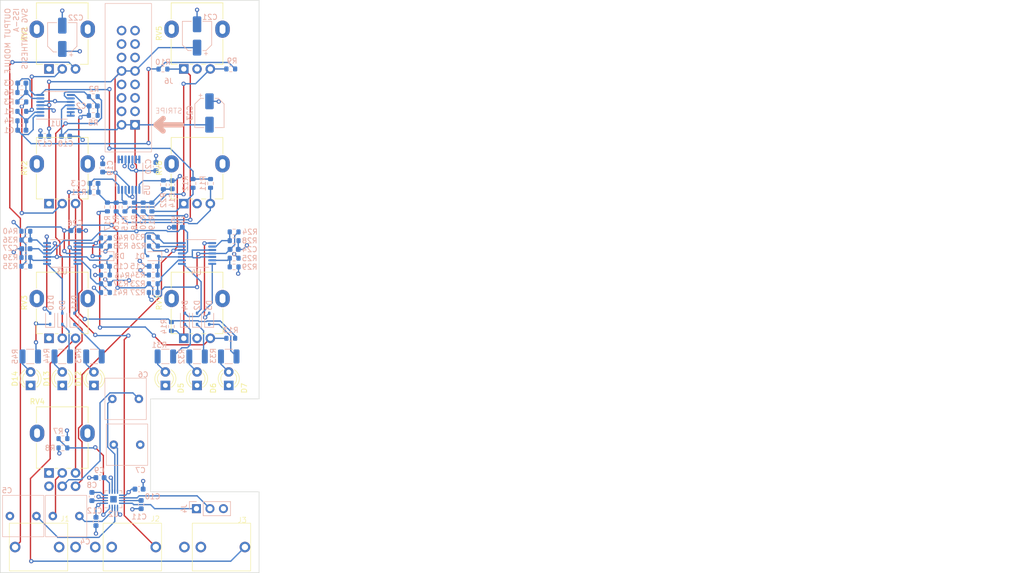
<source format=kicad_pcb>
(kicad_pcb (version 20240108) (generator "pcbnew") (generator_version "8.0")
  (title_block (title "Eurorack Output Mixer Module") (rev "B") (company "SVG Synthesis") (comment 4 "AISLER Project ID: JQMTIHYA"))
  (layers (0 "F.Cu" signal) (1 "In1.Cu" signal) (2 "In2.Cu" signal) (31 "B.Cu" signal) (34 "B.Paste" user) (35 "F.Paste" user) (36 "B.SilkS" user "B.Silkscreen") (37 "F.SilkS" user "F.Silkscreen") (38 "B.Mask" user) (39 "F.Mask" user) (44 "Edge.Cuts" user))
  (net 0 "")
  (net 1 "Net-(U1A--)")
  (net 2 "chan_1")
  (net 3 "Net-(U1C--)")
  (net 4 "chan_3")
  (net 5 "Net-(U1B--)")
  (net 6 "chan_2")
  (net 7 "Net-(C4-Pad1)")
  (net 8 "Net-(U2-INL+)")
  (net 9 "GND")
  (net 10 "Net-(U2-INL-)")
  (net 11 "Net-(C6-Pad1)")
  (net 12 "Net-(U2-INR+)")
  (net 13 "Net-(U2-INR-)")
  (net 14 "Net-(U2-C1N)")
  (net 15 "Net-(U2-C1P)")
  (net 16 "Net-(U2-PVSS)")
  (net 17 "+5V")
  (net 18 "Net-(U2-BIAS)")
  (net 19 "Net-(U5D--)")
  (net 20 "left_mix")
  (net 21 "Net-(U5A--)")
  (net 22 "right_mix")
  (net 23 "right_peak")
  (net 24 "left_peak")
  (net 25 "+12V")
  (net 26 "-12V")
  (net 27 "Net-(D1-A)")
  (net 28 "Net-(D2-K)")
  (net 29 "Net-(D2-A)")
  (net 30 "Net-(D3-K)")
  (net 31 "Net-(D3-A)")
  (net 32 "Net-(D4-K)")
  (net 33 "Net-(D4-A)")
  (net 34 "Net-(D5-A)")
  (net 35 "Net-(D6-A)")
  (net 36 "Net-(D7-A)")
  (net 37 "Net-(D8-A)")
  (net 38 "Net-(D9-K)")
  (net 39 "Net-(D9-A)")
  (net 40 "Net-(D10-K)")
  (net 41 "Net-(D10-A)")
  (net 42 "Net-(D11-K)")
  (net 43 "Net-(D11-A)")
  (net 44 "Net-(D12-A)")
  (net 45 "Net-(D13-A)")
  (net 46 "Net-(D14-A)")
  (net 47 "Net-(J1-PadT)")
  (net 49 "Net-(J2-PadT)")
  (net 51 "Net-(J3-PadT)")
  (net 53 "left_out")
  (net 54 "right_out")
  (net 59 "Net-(R1-Pad1)")
  (net 60 "Net-(R2-Pad1)")
  (net 61 "Net-(R3-Pad1)")
  (net 62 "SHDN")
  (net 63 "chan_1_left")
  (net 64 "chan_1_right")
  (net 65 "chan_2_left")
  (net 66 "chan_2_right")
  (net 67 "chan_3_left")
  (net 68 "chan_3_right")
  (net 69 "Net-(U4C--)")
  (net 70 "Net-(U4D--)")
  (net 71 "Net-(U4B--)")
  (net 72 "Net-(U4A--)")
  (net 73 "Net-(U3C--)")
  (net 74 "Net-(U3D--)")
  (net 75 "Net-(U3B--)")
  (net 76 "Net-(U3A--)")
  (net 77 "Net-(U1D--)")
  (net 78 "Net-(U5B--)")
  (net 79 "Net-(U5C--)")
  (footprint "Potentiometer_THT:Potentiometer_Alpha_RD901F-40-00D_Single_Vertical" (layer "F.Cu") (at 81.574 90.424 90)
    (property "Reference" "RV2")
    (property "Value" "A100k")
  )
  (footprint "Potentiometer_THT:Potentiometer_Alpha_RD901F-40-00D_Single_Vertical" (layer "F.Cu") (at 106.974 90.424 90)
    (property "Reference" "RV6")
    (property "Value" "10k")
  )
  (footprint "LED_THT:LED_D3.0mm" (layer "F.Cu") (at 78.105 124.714 90)
    (property "Reference" "D14")
    (property "Value" "RED")
  )
  (footprint "Potentiometer_THT:Potentiometer_Alpha_RD901F-40-00D_Single_Vertical" (layer "F.Cu") (at 81.574 65.024 90)
    (property "Reference" "RV1")
    (property "Value" "A100k")
  )
  (footprint "LED_THT:LED_D3.0mm" (layer "F.Cu") (at 84.074 124.714 90)
    (property "Reference" "D13")
    (property "Value" "YELLOW")
  )
  (footprint "Potentiometer_THT:Potentiometer_Alpha_RD901F-40-00D_Single_Vertical" (layer "F.Cu") (at 106.974 65.024 90)
    (property "Reference" "RV5")
    (property "Value" "10k")
  )
  (footprint "synthesis:thonkiconn" (layer "F.Cu") (at 96.774 155.194 -90)
    (property "Reference" "J2")
    (property "Value" "thonkiconn")
  )
  (footprint "Potentiometer_THT:Potentiometer_Alpha_RD901F-40-00D_Single_Vertical" (layer "F.Cu") (at 106.974 115.824 90)
    (property "Reference" "RV7")
    (property "Value" "10k")
  )
  (footprint "synthesis:thonkiconn" (layer "F.Cu") (at 113.571 155.194 -90)
    (property "Reference" "J3")
    (property "Value" "thonkiconn")
  )
  (footprint "Potentiometer_THT:Potentiometer_Alpha_RD901F-40-00D_Single_Vertical" (layer "F.Cu") (at 81.574 115.824 90)
    (property "Reference" "RV3")
    (property "Value" "A100k")
  )
  (footprint "Potentiometer_THT:Potentiometer_Alpha_RD902F-40-00D_Dual_Vertical" (layer "F.Cu") (at 81.574 141.224 90)
    (property "Reference" "RV4")
    (property "Value" "A10K")
  )
  (footprint "synthesis:thonkiconn" (layer "F.Cu") (at 80.104 155.194 90)
    (property "Reference" "J1")
    (property "Value" "thonkiconn")
  )
  (footprint "LED_THT:LED_D3.0mm" (layer "F.Cu") (at 103.505 124.714 90)
    (property "Reference" "D5")
    (property "Value" "GREEN")
  )
  (footprint "LED_THT:LED_D3.0mm" (layer "F.Cu") (at 90.043 124.714 90)
    (property "Reference" "D12")
    (property "Value" "GREEN")
  )
  (footprint "LED_THT:LED_D3.0mm" (layer "F.Cu") (at 115.443 124.714 90)
    (property "Reference" "D7")
    (property "Value" "RED")
  )
  (footprint "LED_THT:LED_D3.0mm" (layer "F.Cu") (at 109.474 124.714 90)
    (property "Reference" "D6")
    (property "Value" "YELLOW")
  )
  (footprint "Resistor_SMD:R_0603_1608Metric" (layer "B.Cu") (at 101.219 107.188 180)
    (property "Reference" "R27")
    (property "Value" "22k")
  )
  (footprint "Connector_PinHeader_2.54mm:PinHeader_1x03_P2.54mm_Vertical" (layer "B.Cu") (at 109.362 147.955 -90)
    (property "Reference" "J4")
    (property "Value" "Conn_01x03")
  )
  (footprint "Resistor_SMD:R_0603_1608Metric" (layer "B.Cu") (at 101.2444 98.425)
    (property "Reference" "R26")
    (property "Value" "100k")
  )
  (footprint "Resistor_SMD:R_0603_1608Metric" (layer "B.Cu") (at 94.234 91.071 90)
    (property "Reference" "R16")
    (property "Value" "100k")
  )
  (footprint "Resistor_SMD:R_0603_1608Metric" (layer "B.Cu") (at 100.965 91.059 90)
    (property "Reference" "R19")
    (property "Value" "100k")
  )
  (footprint "Resistor_SMD:R_0603_1608Metric" (layer "B.Cu") (at 77.216 100.584 180)
    (property "Reference" "R39")
    (property "Value" "22k")
  )
  (footprint "synthesis:C_Rect_L7.8mm_W7.8mm_P5.00mm" (layer "B.Cu") (at 82.296 149.352)
    (property "Reference" "C4")
    (property "Value" "2.2uF")
  )
  (footprint "Diode_SMD:D_SOD-323" (layer "B.Cu") (at 107.188 112.141 90)
    (property "Reference" "D4")
    (property "Value" "1N4148")
  )
  (footprint "synthesis:eurorack_16" (layer "B.Cu") (at 96.52 66.675 180)
    (property "Reference" "J6")
    (property "Value" "euro_power_16")
  )
  (footprint "Resistor_SMD:R_0603_1608Metric" (layer "B.Cu") (at 92.202 103.886)
    (property "Reference" "R46")
    (property "Value" "100k")
  )
  (footprint "Package_SO:TSSOP-14_4.4x5mm_P0.65mm" (layer "B.Cu") (at 96.647 84.963 90)
    (property "Reference" "U5")
    (property "Value" "TL074")
  )
  (footprint "Resistor_SMD:R_1210_3225Metric" (layer "B.Cu") (at 115.443 119.253 180)
    (property "Reference" "R33")
    (property "Value" "1k 0.5W")
  )
  (footprint "Resistor_SMD:R_0603_1608Metric" (layer "B.Cu") (at 112.014 86.614 -90)
    (property "Reference" "R11")
    (property "Value" "10k")
  )
  (footprint "Capacitor_SMD:C_0603_1608Metric" (layer "B.Cu") (at 89.916 72.009 180)
    (property "Reference" "C2")
    (property "Value" "47pF")
  )
  (footprint "Resistor_SMD:R_1210_3225Metric" (layer "B.Cu") (at 103.505 119.253 180)
    (property "Reference" "R31")
    (property "Value" "1k 0.5W")
  )
  (footprint "Capacitor_SMD:CP_Elec_5x5.3" (layer "B.Cu") (at 111.8108 73.3298 -90)
    (property "Reference" "C23")
    (property "Value" "10uF")
  )
  (footprint "synthesis:C_Rect_L7.8mm_W7.8mm_P5.00mm" (layer "B.Cu") (at 98.766 135.89 180)
    (property "Reference" "C7")
    (property "Value" "2.2uF")
  )
  (footprint "Resistor_SMD:R_0603_1608Metric" (layer "B.Cu") (at 104.648 113.601 -90)
    (property "Reference" "R14")
    (property "Value" "10k")
  )
  (footprint "Diode_SMD:D_SOD-323" (layer "B.Cu") (at 84.074 112.141 90)
    (property "Reference" "D9")
    (property "Value" "1N4148")
  )
  (footprint "Resistor_SMD:R_0603_1608Metric" (layer "B.Cu") (at 84.201 136.495 180)
    (property "Reference" "R8")
    (property "Value" "10k")
  )
  (footprint "Resistor_SMD:R_0603_1608Metric" (layer "B.Cu") (at 103.124 86.868 90)
    (property "Reference" "R22")
    (property "Value" "100k")
  )
  (footprint "Resistor_SMD:R_0603_1608Metric" (layer "B.Cu") (at 84.201 134.747 180)
    (property "Reference" "R7")
    (property "Value" "10k")
  )
  (footprint "Resistor_SMD:R_0603_1608Metric" (layer "B.Cu") (at 77.216 102.235 180)
    (property "Reference" "R35")
    (property "Value" "100k")
  )
  (footprint "Resistor_SMD:R_0603_1608Metric" (layer "B.Cu") (at 77.216 95.631 180)
    (property "Reference" "R40")
    (property "Value" "27k")
  )
  (footprint "Capacitor_SMD:C_0603_1608Metric" (layer "B.Cu") (at 104.775 86.868 90)
    (property "Reference" "C14")
    (property "Value" "47pF")
  )
  (footprint "Resistor_SMD:R_0603_1608Metric" (layer "B.Cu") (at 99.314 91.059 90)
    (property "Reference" "R20")
    (property "Value" "100k")
  )
  (footprint "Capacitor_SMD:C_0603_1608Metric" (layer "B.Cu") (at 98.539 144.272)
    (property "Reference" "C10")
    (property "Value" "1uF")
  )
  (footprint "Resistor_SMD:R_0603_1608Metric" (layer "B.Cu") (at 101.219 105.537 180)
    (property "Reference" "R23")
    (property "Value" "100k")
  )
  (footprint "Capacitor_SMD:C_0603_1608Metric" (layer "B.Cu") (at 90.043 86.614 180)
    (property "Reference" "C13")
    (property "Value" "47pF")
  )
  (footprint "Resistor_SMD:R_0603_1608Metric" (layer "B.Cu") (at 89.916 70.231 180)
    (property "Reference" "R2")
    (property "Value" "100k")
  )
  (footprint "Capacitor_SMD:C_0603_1608Metric" (layer "B.Cu") (at 116.459 99.06)
    (property "Reference" "C24")
    (property "Value" "100nF")
  )
  (footprint "Diode_SMD:D_SOD-323" (layer "B.Cu") (at 86.36 112.141 90)
    (property "Reference" "D11")
    (property "Value" "1N4148")
  )
  (footprint "Resistor_SMD:R_1210_3225Metric" (layer "B.Cu") (at 90.043 119.253 180)
    (property "Reference" "R43")
    (property "Value" "1k 0.5W")
  )
  (footprint "Resistor_SMD:R_0603_1608Metric" (layer "B.Cu") (at 97.663 91.059 90)
    (property "Reference" "R18")
    (property "Value" "100k")
  )
  (footprint "Resistor_SMD:R_0603_1608Metric" (layer "B.Cu") (at 116.459 97.409)
    (property "Reference" "R28")
    (property "Value" "27k")
  )
  (footprint "Resistor_SMD:R_0603_1608Metric" (layer "B.Cu") (at 115.824 115.824 180)
    (property "Reference" "R13")
    (property "Value" "10k")
  )
  (footprint "Resistor_SMD:R_0603_1608Metric" (layer "B.Cu") (at 92.583 91.059 90)
    (property "Reference" "R17")
    (property "Value" "100k")
  )
  (footprint "Resistor_SMD:R_0603_1608Metric" (layer "B.Cu") (at 103.0478 65.0494)
    (property "Reference" "R10")
    (property "Value" "10k")
  )
  (footprint "Package_DFN_QFN:TQFN-16-1EP_3x3mm_P0.5mm_EP1.23x1.23mm" (layer "B.Cu") (at 93.726 146.177)
    (property "Reference" "U2")
    (property "Value" "MAX97220C")
  )
  (footprint "Package_SO:TSSOP-14_4.4x5mm_P0.65mm" (layer "B.Cu") (at 82.804 71.882)
    (property "Reference" "U1")
    (property "Value" "TL074")
  )
  (footprint "Diode_SMD:D_SOD-323" (layer "B.Cu") (at 109.474 112.141 90)
    (property "Reference" "D2")
    (property "Value" "1N4148")
  )
  (footprint "Resistor_SMD:R_0603_1608Metric" (layer "B.Cu") (at 92.202 107.188 180)
    (property "Reference" "R41")
    (property "Value" "1k")
  )
  (footprint "Resistor_SMD:R_0603_1608Metric" (layer "B.Cu") (at 116.459 100.711)
    (property "Reference" "R25")
    (property "Value" "100k")
  )
  (footprint "Capacitor_SMD:CP_Elec_5x5.3" (layer "B.Cu") (at 109.474 58.801 90)
    (property "Reference" "C21")
    (property "Value" "10uF")
  )
  (footprint "synthesis:C_Rect_L7.8mm_W7.8mm_P5.00mm" (layer "B.Cu") (at 98.512 127.254 180)
    (property "Reference" "C6")
    (property "Value" "2.2uF")
  )
  (footprint "Capacitor_SMD:C_0603_1608Metric" (layer "B.Cu") (at 105.918 94.869)
    (property "Reference" "C25")
    (property "Value" "100nF")
  )
  (footprint "Resistor_SMD:R_0603_1608Metric" (layer "B.Cu") (at 92.202 98.425 180)
    (property "Reference" "R38")
    (property "Value" "100k")
  )
  (footprint "Capacitor_SMD:C_0603_1608Metric" (layer "B.Cu") (at 91.186 142.113 180)
    (property "Reference" "C9")
    (property "Value" "1uF")
  )
  (footprint "Diode_SMD:D_SOD-323" (layer "B.Cu") (at 111.76 112.141 90)
    (property "Reference" "D3")
    (property "Value" "1N4148")
  )
  (footprint "Package_SO:TSSOP-14_4.4x5mm_P0.65mm" (layer "B.Cu") (at 109.474 99.822 180)
    (property "Reference" "U4")
    (property "Value" "TL074")
  )
  (footprint "Resistor_SMD:R_0603_1608Metric" (layer "B.Cu") (at 101.219 96.7486)
    (property "Reference" "R30")
    (property "Value" "100k")
  )
  (footprint "Resistor_SMD:R_1210_3225Metric" (layer "B.Cu") (at 84.074 119.253 180)
    (property "Reference" "R44")
    (property "Value" "1k 0.5W")
  )
  (footprint "Capacitor_SMD:CP_Elec_5x5.3" (layer "B.Cu") (at 84.074 59.055 90)
    (property "Reference" "C22")
    (property "Value" "10uF")
  )
  (footprint "Capacitor_SMD:C_0603_1608Metric" (layer "B.Cu") (at 84.709 77.724 180)
    (property "Reference" "C18")
    (property "Value" "100nF")
  )
  (footprint "Resistor_SMD:R_0603_1608Metric" (layer "B.Cu") (at 108.712 86.614 -90)
    (property "Reference" "R12")
    (property "Value" "10k")
  )
  (footprint "Resistor_SMD:R_0603_1608Metric" (layer "B.Cu") (at 89.916 73.787 180)
    (property "Reference" "R5")
    (property "Value" "68k")
  )
  (footprint "Diode_SMD:D_SOD-323" (layer "B.Cu") (at 92.202 100.33 180)
    (property "Reference" "D8")
    (property "Value" "1N4148")
  )
  (footprint "Capacitor_SMD:C_0603_1608Metric" (layer "B.Cu") (at 76.454 76.581 180)
    (property "Reference" "C1")
    (property "Value" "47pF")
  )
  (footprint "Resistor_SMD:R_0603_1608Metric" (layer "B.Cu") (at 92.202 105.537)
    (property "Reference" "R37")
    (property "Value" "100k")
  )
  (footprint "Capacitor_SMD:C_0603_1608Metric" (layer "B.Cu") (at 91.694 83.693 90)
    (property "Reference" "C19")
    (property "Value" "100nF")
  )
  (footprint "Package_SO:TSSOP-14_4.4x5mm_P0.65mm" (layer "B.Cu") (at 84.074 99.822 180)
    (property "Reference" "U3")
    (property "Value" "TL074")
  )
  (footprint "Diode_SMD:D_SOD-323" (layer "B.Cu") (at 81.788 112.141 90)
    (property "Reference" "D10")
    (property "Value" "1N4148")
  )
  (footprint "Resistor_SMD:R_0603_1608Metric" (layer "B.Cu") (at 92.202 96.901 180)
    (property "Reference" "R42")
    (property "Value" "100k")
  )
  (footprint "Capacitor_SMD:C_0603_1608Metric" (layer "B.Cu") (at 90.424 150.368 -90)
    (property "Reference" "C12")
    (property "Value" "1uF")
  )
  (footprint "Capacitor_SMD:C_0603_1608Metric" (layer "B.Cu") (at 98.933 147.193 -90)
    (property "Reference" "C11")
    (property "Value" "100nF")
  )
  (footprint "Resistor_SMD:R_0603_1608Metric" (layer "B.Cu") (at 76.454 71.247 180)
    (property "Reference" "R3")
    (property "Value" "100k")
  )
  (footprint "Capacitor_SMD:C_0603_1608Metric" (layer "B.Cu") (at 77.216 98.933)
    (property "Reference" "C27")
    (property "Value" "100nF")
  )
  (footprint "Diode_SMD:D_SOD-323" (layer "B.Cu") (at 101.219 100.33 180)
    (property "Reference" "D1")
    (property "Value" "1N4148")
  )
  (footprint "Capacitor_SMD:C_0603_1608Metric" (layer "B.Cu") (at 101.727 83.439 -90)
    (property "Reference" "C20")
    (property "Value" "100nF")
  )
  (footprint "Capacitor_SMD:C_0603_1608Metric" (layer "B.Cu") (at 80.772 77.724 180)
    (property "Reference" "C17")
    (property "Value" "100nF")
  )
  (footprint "synthesis:C_Rect_L7.8mm_W7.8mm_P5.00mm" (layer "B.Cu") (at 74.208 149.352)
    (property "Reference" "C5")
    (property "Value" "2.2uF")
  )
  (footprint "Capacitor_SMD:C_0603_1608Metric" (layer "B.Cu") (at 89.662 145.669 -90)
    (property "Reference" "C8")
    (property "Value" "1uF")
  )
  (footprint "Resistor_SMD:R_1210_3225Metric" (layer "B.Cu") (at 78.0435 119.253 180)
    (property "Reference" "R45")
    (property "Value" "1k 0.5W")
  )
  (footprint "Capacitor_SMD:C_0603_1608Metric" (layer "B.Cu") (at 92.202 102.235 180)
    (property "Reference" "C16")
    (property "Value" "100nF")
  )
  (footprint "Resistor_SMD:R_0603_1608Metric" (layer "B.Cu") (at 115.824 65.024 180)
    (property "Reference" "R9")
    (property "Value" "10k")
  )
  (footprint "Resistor_SMD:R_0603_1608Metric" (layer "B.Cu") (at 76.454 69.469 180)
    (property "Reference" "R6")
    (property "Value" "68k")
  )
  (footprint "Resistor_SMD:R_0603_1608Metric" (layer "B.Cu") (at 116.459 95.758)
    (property "Reference" "R24")
    (property "Value" "100k")
  )
  (footprint "Resistor_SMD:R_0603_1608Metric" (layer "B.Cu") (at 101.219 103.886)
    (property "Reference" "R34")
    (property "Value" "100k")
  )
  (footprint "Resistor_SMD:R_0603_1608Metric" (layer "B.Cu") (at 76.454 73.025 180)
    (property "Reference" "R1")
    (property "Value" "100k")
  )
  (footprint "Resistor_SMD:R_0603_1608Metric" (layer "B.Cu") (at 76.454 74.803 180)
    (property "Reference" "R4")
    (property "Value" "68k")
  )
  (footprint "Capacitor_SMD:C_0603_1608Metric" (layer "B.Cu") (at 101.219 102.235 180)
    (property "Reference" "C15")
    (property "Value" "100nF")
  )
  (footprint "Resistor_SMD:R_1210_3225Metric" (layer "B.Cu") (at 109.474 119.253 180)
    (property "Reference" "R32")
    (property "Value" "1k 0.5W")
  )
  (footprint "Capacitor_SMD:C_0603_1608Metric" (layer "B.Cu") (at 86.487 95.504)
    (property "Reference" "C26")
    (property "Value" "100nF")
  )
  (footprint "Capacitor_SMD:C_0603_1608Metric" (layer "B.Cu") (at 76.454 67.691 180)
    (property "Reference" "C3")
    (property "Value" "47pF")
  )
  (footprint "Resistor_SMD:R_0603_1608Metric" (layer "B.Cu") (at 77.216 97.282 180)
    (property "Reference" "R36")
    (property "Value" "100k")
  )
  (footprint "Resistor_SMD:R_0603_1608Metric" (layer "B.Cu") (at 116.459 102.362)
    (property "Reference" "R29")
    (property "Value" "1k")
  )
  (footprint "Resistor_SMD:R_0603_1608Metric" (layer "B.Cu") (at 95.885 91.071 90)
    (property "Reference" "R15")
    (property "Value" "100k")
  )
  (footprint "Resistor_SMD:R_0603_1608Metric" (layer "B.Cu") (at 90.043 88.265 180)
    (property "Reference" "R21")
    (property "Value" "100k")
  )
  (gr_line (start 121.158 52.07) (end 121.158 127.254) (stroke (width 0.1)) (layer "Edge.Cuts"))
  (gr_line (start 100.711 127.254) (end 100.711 144.78) (stroke (width 0.1)) (layer "Edge.Cuts"))
  (gr_line (start 121.158 144.78) (end 121.158 160.02) (stroke (width 0.1)) (layer "Edge.Cuts"))
  (gr_line (start 121.158 160.02) (end 72.39 160.02) (stroke (width 0.1)) (layer "Edge.Cuts"))
  (gr_line (start 72.39 160.02) (end 72.39 52.07) (stroke (width 0.1)) (layer "Edge.Cuts"))
  (gr_line (start 100.711 144.78) (end 121.158 144.78) (stroke (width 0.1)) (layer "Edge.Cuts"))
  (gr_line (start 72.39 52.07) (end 121.158 52.07) (stroke (width 0.1)) (layer "Edge.Cuts"))
  (gr_line (start 121.158 127.254) (end 100.711 127.254) (stroke (width 0.1)) (layer "Edge.Cuts"))
  (gr_text "OUTPUT MODULE\nISS-A\nSVG SYNTHESIS\n" (at 77.597 53.467 90) (layer "B.SilkS") (effects (font (size 1 1)) (justify left bottom mirror)))
  (segment (start 77.229 74.853) (end 77.279 74.803) (width 0.25) (layer "B.Cu") (net 1))
  (segment (start 75.629 73.025) (end 75.629 73.153) (width 0.25) (layer "B.Cu") (net 1))
  (segment (start 77.229 76.581) (end 77.229 74.853) (width 0.25) (layer "B.Cu") (net 1))
  (segment (start 75.629 73.153) (end 77.279 74.803) (width 0.25) (layer "B.Cu") (net 1))
  (segment (start 77.279 74.803) (end 78.9 73.182) (width 0.25) (layer "B.Cu") (net 1))
  (segment (start 78.9 73.182) (end 79.9415 73.182) (width 0.25) (layer "B.Cu") (net 1))
  (segment (start 100.33 78.994) (end 100.33 65.024) (width 0.25) (layer "F.Cu") (net 2))
  (via (at 100.33 65.024) (size 0.8) (drill 0.4) (layers "F.Cu" "B.Cu") (net 2))
  (via (at 100.33 78.994) (size 0.8) (drill 0.4) (layers "F.Cu" "B.Cu") (net 2))
  (segment (start 78.9998 73.832) (end 78.5876 74.2442) (width 0.25) (layer "B.Cu") (net 2))
  (segment (start 78.217189 79.119189) (end 88.213598 79.119189) (width 0.25) (layer "B.Cu") (net 2))
  (segment (start 75.629 74.803) (end 75.629 76.531) (width 0.25) (layer "B.Cu") (net 2))
  (segment (start 76.479 77.381) (end 75.679 76.581) (width 0.25) (layer "B.Cu") (net 2))
  (segment (start 78.5876 74.2442) (end 78.5876 76.475217) (width 0.25) (layer "B.Cu") (net 2))
  (segment (start 75.629 76.531) (end 75.679 76.581) (width 0.25) (layer "B.Cu") (net 2))
  (segment (start 75.679 76.581) (end 78.217189 79.119189) (width 0.25) (layer "B.Cu") (net 2))
  (segment (start 100.204811 79.119189) (end 100.33 78.994) (width 0.25) (layer "B.Cu") (net 2))
  (segment (start 103.4732 63.799) (end 102.2228 65.0494) (width 0.25) (layer "B.Cu") (net 2))
  (segment (start 79.9415 73.832) (end 78.9998 73.832) (width 0.25) (layer "B.Cu") (net 2))
  (segment (start 77.681817 77.381) (end 76.479 77.381) (width 0.25) (layer "B.Cu") (net 2))
  (segment (start 102.1974 65.024) (end 102.2228 65.0494) (width 0.25) (layer "B.Cu") (net 2))
  (segment (start 78.5876 76.475217) (end 77.681817 77.381) (width 0.25) (layer "B.Cu") (net 2))
  (segment (start 88.213598 79.119189) (end 100.204811 79.119189) (width 0.25) (layer "B.Cu") (net 2))
  (segment (start 115.424 63.799) (end 103.4732 63.799) (width 0.25) (layer "B.Cu") (net 2))
  (segment (start 100.33 65.024) (end 102.1974 65.024) (width 0.25) (layer "B.Cu") (net 2))
  (segment (start 116.649 65.024) (end 115.424 63.799) (width 0.25) (layer "B.Cu") (net 2))
  (segment (start 84.6836 69.3674) (end 88.2274 69.3674) (width 0.25) (layer "B.Cu") (net 3))
  (segment (start 90.741 73.787) (end 90.741 72.059) (width 0.25) (layer "B.Cu") (net 3))
  (segment (start 88.2274 69.3674) (end 89.091 70.231) (width 0.25) (layer "B.Cu") (net 3))
  (segment (start 84.977959 70.582) (end 84.4804 70.084441) (width 0.25) (layer "B.Cu") (net 3))
  (segment (start 84.4804 70.084441) (end 84.4804 69.5706) (width 0.25) (layer "B.Cu") (net 3))
  (segment (start 90.741 72.059) (end 90.691 72.009) (width 0.25) (layer "B.Cu") (net 3))
  (segment (start 84.4804 69.5706) (end 84.6836 69.3674) (width 0.25) (layer "B.Cu") (net 3))
  (segment (start 90.691 72.009) (end 90.691 71.831) (width 0.25) (layer "B.Cu") (net 3))
  (segment (start 85.6665 70.582) (end 84.977959 70.582) (width 0.25) (layer "B.Cu") (net 3))
  (segment (start 90.691 71.831) (end 89.091 70.231) (width 0.25) (layer "B.Cu") (net 3))
  (segment (start 87.189 74.482) (end 87.189 89.306588) (width 0.25) (layer "F.Cu") (net 4))
  (segment (start 87.189 89.306588) (end 87.799 89.916588) (width 0.25) (layer "F.Cu") (net 4))
  (segment (start 87.799 106.75605) (end 87.189 107.36605) (width 0.25) (layer "F.Cu") (net 4))
  (segment (start 87.503 74.168) (end 87.189 74.482) (width 0.25) (layer "F.Cu") (net 4))
  (segment (start 87.189 111.056402) (end 88.332799 112.200201) (width 0.25) (layer "F.Cu") (net 4))
  (segment (start 87.799 89.916588) (end 87.799 106.75605) (width 0.25) (layer "F.Cu") (net 4))
  (segment (start 87.189 107.36605) (end 87.189 111.056402) (width 0.25) (layer "F.Cu") (net 4))
  (via (at 87.503 74.168) (size 0.8) (drill 0.4) (layers "F.Cu" "B.Cu") (net 4))
  (via (at 88.332799 112.200201) (size 0.8) (drill 0.4) (layers "F.Cu" "B.Cu") (net 4))
  (segment (start 88.432041 72.009) (end 86.355041 69.932) (width 0.25) (layer "B.Cu") (net 4))
  (segment (start 111.260723 112.649582) (end 109.854418 112.649582) (width 0.25) (layer "B.Cu") (net 4))
  (segment (start 113.866 112.566) (end 111.344305 112.566) (width 0.25) (layer "B.Cu") (net 4))
  (segment (start 116.649 115.349) (end 113.866 112.566) (width 0.25) (layer "B.Cu") (net 4))
  (segment (start 89.091 73.787) (end 89.091 72.059) (width 0.25) (layer "B.Cu") (net 4))
  (segment (start 86.355041 69.932) (end 85.6665 69.932) (width 0.25) (layer "B.Cu") (net 4))
  (segment (start 89.091 73.787) (end 87.884 73.787) (width 0.25) (layer "B.Cu") (net 4))
  (segment (start 89.141 72.009) (end 88.432041 72.009) (width 0.25) (layer "B.Cu") (net 4))
  (segment (start 88.332799 112.200201) (end 88.4815 112.0515) (width 0.25) (layer "B.Cu") (net 4))
  (segment (start 111.344305 112.566) (end 111.260723 112.649582) (width 0.25) (layer "B.Cu") (net 4))
  (segment (start 89.091 72.059) (end 89.141 72.009) (width 0.25) (layer "B.Cu") (net 4))
  (segment (start 87.884 73.787) (end 87.503 74.168) (width 0.25) (layer "B.Cu") (net 4))
  (segment (start 88.332799 112.200201) (end 104.072201 112.200201) (width 0.25) (layer "B.Cu") (net 4))
  (segment (start 109.854418 112.649582) (end 109.726836 112.522) (width 0.25) (layer "B.Cu") (net 4))
  (segment (start 109.726836 112.522) (end 104.902 112.522) (width 0.25) (layer "B.Cu") (net 4))
  (segment (start 104.902 112.522) (end 104.648 112.776) (width 0.25) (layer "B.Cu") (net 4))
  (segment (start 104.072201 112.200201) (end 104.648 112.776) (width 0.25) (layer "B.Cu") (net 4))
  (segment (start 116.649 115.824) (end 116.649 115.349) (width 0.25) (layer "B.Cu") (net 4))
  (segment (start 77.229 69.419) (end 77.279 69.469) (width 0.25) (layer "B.Cu") (net 5))
  (segment (start 75.629 71.247) (end 75.629 71.119) (width 0.25) (layer "B.Cu") (net 5))
  (segment (start 75.629 71.119) (end 77.279 69.469) (width 0.25) (layer "B.Cu") (net 5))
  (segment (start 77.279 69.469) (end 78.392 70.582) (width 0.25) (layer "B.Cu") (net 5))
  (segment (start 78.392 70.582) (end 79.9415 70.582) (width 0.25) (layer "B.Cu") (net 5))
  (segment (start 77.229 67.691) (end 77.229 69.419) (width 0.25) (layer "B.Cu") (net 5))
  (segment (start 92.964 68.834) (end 92.964 80.01) (width 0.25) (layer "F.Cu") (net 6))
  (via (at 92.964 68.834) (size 0.8) (drill 0.4) (layers "F.Cu" "B.Cu") (net 6))
  (via (at 92.964 80.01) (size 0.8) (drill 0.4) (layers "F.Cu" "B.Cu") (net 6))
  (segment (start 80.9561 68.9174) (end 92.8806 68.9174) (width 0.25) (layer "B.Cu") (net 6))
  (segment (start 104.40295 80.01) (end 108.712 84.31905) (width 0.25) (layer "B.Cu") (net 6))
  (segment (start 78.004 67.213183) (end 77.681817 66.891) (width 0.25) (layer "B.Cu") (net 6))
  (segment (start 108.712 84.31905) (end 108.712 85.789) (width 0.25) (layer "B.Cu") (net 6))
  (segment (start 92.8806 68.9174) (end 92.964 68.834) (width 0.25) (layer "B.Cu") (net 6))
  (segment (start 79.9415 69.932) (end 79.9357 69.9262) (width 0.25) (layer "B.Cu") (net 6))
  (segment (start 76.479 66.891) (end 75.679 67.691) (width 0.25) (layer "B.Cu") (net 6))
  (segment (start 75.679 67.691) (end 75.679 69.419) (width 0.25) (layer "B.Cu") (net 6))
  (segment (start 92.964 80.01) (end 104.40295 80.01) (width 0.25) (layer "B.Cu") (net 6))
  (segment (start 79.9415 69.932) (end 80.9561 68.9174) (width 0.25) (layer "B.Cu") (net 6))
  (segment (start 108.712 85.789) (end 112.014 85.789) (width 0.25) (layer "B.Cu") (net 6))
  (segment (start 79.9357 69.9262) (end 78.8416 69.9262) (width 0.25) (layer "B.Cu") (net 6))
  (segment (start 78.004 69.0886) (end 78.004 67.213183) (width 0.25) (layer "B.Cu") (net 6))
  (segment (start 78.8416 69.9262) (end 78.004 69.0886) (width 0.25) (layer "B.Cu") (net 6))
  (segment (start 75.679 69.419) (end 75.629 69.469) (width 0.25) (layer "B.Cu") (net 6))
  (segment (start 77.681817 66.891) (end 76.479 66.891) (width 0.25) (layer "B.Cu") (net 6))
  (segment (start 82.799 142.499) (end 82.799 148.849) (width 0.25) (layer "F.Cu") (net 7))
  (segment (start 82.799 148.849) (end 82.296 149.352) (width 0.25) (layer "F.Cu") (net 7))
  (segment (start 84.074 141.224) (end 82.799 142.499) (width 0.25) (layer "F.Cu") (net 7))
  (segment (start 88.312 150.368) (end 87.296 149.352) (width 0.25) (layer "B.Cu") (net 8))
  (segment (start 93.476 147.6145) (end 93.476 148.468305) (width 0.25) (layer "B.Cu") (net 8))
  (segment (start 93.476 148.468305) (end 91.576305 150.368) (width 0.25) (layer "B.Cu") (net 8))
  (segment (start 91.576305 150.368) (end 88.312 150.368) (width 0.25) (layer "B.Cu") (net 8))
  (via (at 82.4484 72.8726) (size 0.8) (drill 0.4) (layers "F.Cu" "B.Cu") (net 9))
  (via (at 90.297 103.886) (size 0.8) (drill 0.4) (layers "F.Cu" "B.Cu") (net 9))
  (via (at 89.154 142.113) (size 0.8) (drill 0.4) (layers "F.Cu" "B.Cu") (net 9))
  (via (at 100.893577 108.566412) (size 0.8) (drill 0.4) (layers "F.Cu" "B.Cu") (net 9))
  (via (at 95.820998 83.34436) (size 0.8) (drill 0.4) (layers "F.Cu" "B.Cu") (net 9))
  (via (at 74.9085 93.912201) (size 0.8) (drill 0.4) (layers "F.Cu" "B.Cu") (net 9))
  (via (at 104.214783 94.9585) (size 0.8) (drill 0.4) (layers "F.Cu" "B.Cu") (net 9))
  (via (at 99.314 142.748) (size 0.8) (drill 0.4) (layers "F.Cu" "B.Cu") (net 9))
  (via (at 103.759 99.314) (size 0.8) (drill 0.4) (layers "F.Cu" "B.Cu") (net 9))
  (via (at 90.907022 145.7025) (size 0.8) (drill 0.4) (layers "F.Cu" "B.Cu") (net 9))
  (via (at 87.9135 78.394689) (size 0.8) (drill 0.4) (layers "F.Cu" "B.Cu") (net 9))
  (via (at 84.074 54.0258) (size 0.8) (drill 0.4) (layers "F.Cu" "B.Cu") (net 9))
  (via (at 90.424 152.654) (size 0.8) (drill 0.4) (layers "F.Cu" "B.Cu") (net 9))
  (via (at 118.872 98.298) (size 0.8) (drill 0.4) (layers "F.Cu" "B.Cu") (net 9))
  (via (at 74.93 99.568) (size 0.8) (drill 0.4) (layers "F.Cu" "B.Cu") (net 9))
  (via (at 93.218 142.113) (size 0.8) (drill 0.4) (layers "F.Cu" "B.Cu") (net 9))
  (via (at 97.282 89.154) (size 0.8) (drill 0.4) (layers "F.Cu" "B.Cu") (net 9))
  (via (at 88.5235 95.504) (size 0.8) (drill 0.4) (layers "F.Cu" "B.Cu") (net 9))
  (via (at 90.17 102.235) (size 0.8) (drill 0.4) (layers "F.Cu" "B.Cu") (net 9))
  (via (at 117.221 103.632) (size 0.8) (drill 0.4) (layers "F.Cu" "B.Cu") (net 9))
  (via (at 83.5285 137.531306) (size 0.8) (drill 0.4) (layers "F.Cu" "B.Cu") (net 9))
  (via (at 97.282 148.082) (size 0.8) (drill 0.4) (layers "F.Cu" "B.Cu") (net 9))
  (via (at 90.043 106.299) (size 0.8) (drill 0.4) (layers "F.Cu" "B.Cu") (net 9))
  (via (at 79.9592 76.6318) (size 0.8) (drill 0.4) (layers "F.Cu" "B.Cu") (net 9))
  (via (at 87.4268 73.025) (size 0.8) (drill 0.4) (layers "F.Cu" "B.Cu") (net 9))
  (via (at 101.7524 81.407) (size 0.8) (drill 0.4) (layers "F.Cu" "B.Cu") (net 9))
  (via (at 92.202 99.441) (size 0.8) (drill 0.4) (layers "F.Cu" "B.Cu") (net 9))
  (via (at 98.806 102.997) (size 0.8) (drill 0.4) (layers "F.Cu" "B.Cu") (net 9))
  (via (at 82.7024 71.0946) (size 0.8) (drill 0.4) (layers "F.Cu" "B.Cu") (net 9))
  (via (at 97.280277 83.394841) (size 0.8) (drill 0.4) (layers "F.Cu" "B.Cu") (net 9))
  (via (at 109.474 53.8734) (size 0.8) (drill 0.4) (layers "F.Cu" "B.Cu") (net 9))
  (via (at 113.5634 71.1708) (size 0.8) (drill 0.4) (layers "F.Cu" "B.Cu") (net 9))
  (via (at 91.6432 81.7626) (size 0.8) (drill 0.4) (layers "F.Cu" "B.Cu") (net 9))
  (via (at 98.679 101.219) (size 0.8) (drill 0.4) (layers "F.Cu" "B.Cu") (net 9))
  (segment (start 100.394 107.188) (end 100.394 108.066835) (width 0.25) (layer "B.Cu") (net 9))
  (segment (start 98.933 147.968) (end 97.396 147.968) (width 0.25) (layer "B.Cu") (net 9))
  (segment (start 91.694 82.918) (end 91.694 81.8134) (width 0.25) (layer "B.Cu") (net 9))
  (segment (start 85.6665 71.232) (end 82.8398 71.232) (width 0.25) (layer "B.Cu") (net 9))
  (segment (start 99.695 103.886) (end 98.806 102.997) (width 0.25) (layer "B.Cu") (net 9))
  (segment (start 90.424 151.143) (end 90.424 152.654) (width 0.25) (layer "B.Cu") (net 9))
  (segment (start 85.6665 72.532) (end 86.9338 72.532) (width 0.25) (layer "B.Cu") (net 9))
  (segment (start 95.997 82.1005) (end 95.997 83.168358) (width 0.25) (layer "B.Cu") (net 9))
  (segment (start 100.394 103.886) (end 99.695 103.886) (width 0.25) (layer "B.Cu") (net 9))
  (segment (start 82.8398 71.232) (end 82.7024 71.0946) (width 0.25) (layer "B.Cu") (net 9))
  (segment (start 83.376 137.378806) (end 83.5285 137.531306) (width 0.25) (layer "B.Cu") (net 9))
  (segment (start 90.411 142.113) (end 89.154 142.113) (width 0.25) (layer "B.Cu") (net 9))
  (segment (start 91.377 107.188) (end 90.932 107.188) (width 0.25) (layer "B.Cu") (net 9))
  (segment (start 109.474 56.601) (end 109.474 53.8734) (width 0.25) (layer "B.Cu") (net 9))
  (segment (start 97.297 83.378118) (end 97.280277 83.394841) (width 0.25) (layer "B.Cu") (net 9))
  (segment (start 101.727 81.4324) (end 101.7524 81.407) (width 0.25) (layer "B.Cu") (net 9))
  (segment (start 95.997 88.514041) (end 96.636959 89.154) (width 0.25) (layer "B.Cu") (net 9))
  (segment (start 76.391 100.584) (end 76.391 98.983) (width 0.25) (layer "B.Cu") (net 9))
  (segment (start 117.284 103.569) (end 117.221 103.632) (width 0.25) (layer "B.Cu") (net 9))
  (segment (start 97.297 87.8255) (end 97.297 89.139) (width 0.25) (layer "B.Cu") (net 9))
  (segment (start 105.143 94.869) (end 104.304283 94.869) (width 0.25) (layer "B.Cu") (net 9))
  (segment (start 104.304283 94.869) (end 104.214783 94.9585) (width 0.25) (layer "B.Cu") (net 9))
  (segment (start 101.727 82.664) (end 101.727 81.4324) (width 0.25) (layer "B.Cu") (net 9))
  (segment (start 111.8108 71.1298) (end 113.5224 71.1298) (width 0.25) (layer "B.Cu") (net 9))
  (segment (start 117.234 99.06) (end 118.11 99.06) (width 0.25) (layer "B.Cu") (net 9))
  (segment (start 86.9338 72.532) (end 87.4268 73.025) (width 0.25) (layer "B.Cu") (net 9))
  (segment (start 93.476 142.371) (end 93.218 142.113) (width 0.25) (layer "B.Cu") (net 9))
  (segment (start 95.997 83.168358) (end 95.820998 83.34436) (width 0.25) (layer "B.Cu") (net 9))
  (segment (start 97.297 89.139) (end 97.282 89.154) (width 0.25) (layer "B.Cu") (net 9))
  (segment (start 87.262 95.504) (end 88.5235 95.504) (width 0.25) (layer "B.Cu") (net 9))
  (segment (start 100.394 108.066835) (end 100.893577 108.566412) (width 0.25) (layer "B.Cu") (net 9))
  (segment (start 117.234 97.459) (end 117.284 97.409) (width 0.25) (layer "B.Cu") (net 9))
  (segment (start 99.314 144.272) (end 99.314 142.748) (width 0.25) (layer "B.Cu") (net 9))
  (segment (start 93.476 144.7395) (end 93.476 142.371) (width 0.25) (layer "B.Cu") (net 9))
  (segment (start 100.444 102.235) (end 99.695 102.235) (width 0.25) (layer "B.Cu") (net 9))
  (segment (start 90.932 107.188) (end 90.043 106.299) (width 0.25) (layer "B.Cu") (net 9))
  (segment (start 79.997 76.6696) (end 79.9592 76.6318) (width 0.25) (layer "B.Cu") (net 9))
  (segment (start 82.128212 72.552412) (end 82.4484 72.8726) (width 0.25) (layer "B.Cu") (net 9))
  (segment (start 91.377 103.886) (end 90.297 103.886) (width 0.25) (layer "B.Cu") (net 9))
  (segment (start 76.441 98.933) (end 75.565 98.933) (width 0.25) (layer "B.Cu") (net 9))
  (segment (start 75.565 98.933) (end 74.93 99.568) (width 0.25) (layer "B.Cu") (net 9))
  (segment (start 79.9415 71.232) (end 80.630041 71.232) (width 0.25) (layer "B.Cu") (net 9))
  (segment (start 97.396 147.968) (end 97.282 148.082) (width 0.25) (layer "B.Cu") (net 9))
  (segment (start 92.2885 145.927) (end 91.131522 145.927) (width 0.25) (layer "B.Cu") (net 9))
  (segment (start 91.131522 145.927) (end 90.907022 145.7025) (width 0.25) (layer "B.Cu") (net 9))
  (segment (start 79.9415 72.532) (end 79.961912 72.552412) (width 0.25) (layer "B.Cu") (net 9))
  (segment (start 79.997 77.724) (end 79.997 76.6696) (width 0.25) (layer "B.Cu") (net 9))
  (segment (start 95.997 87.8255) (end 95.997 88.514041) (width 0.25) (layer "B.Cu") (net 9))
  (segment (start 117.234 99.06) (end 117.234 97.459) (width 0.25) (layer "B.Cu") (net 9))
  (segment (start 83.376 136.495) (end 83.376 137.378806) (width 0.25) (layer "B.Cu") (net 9))
  (segment (start 97.297 82.1005) (end 97.297 83.378118) (width 0.25) (layer "B.Cu") (net 9))
  (segment (start 117.284 102.362) (end 117.284 103.569) (width 0.25) (layer "B.Cu") (net 9))
  (segment (start 80.630041 71.232) (end 80.767441 71.0946) (width 0.25) (layer "B.Cu") (net 9))
  (segment (start 80.767441 71.0946) (end 82.7024 71.0946) (width 0.25) (layer "B.Cu") (net 9))
  (segment (start 101.3084 99.314) (end 103.759 99.314) (width 0.25) (layer "B.Cu") (net 9))
  (segment (start 85.484 77.724) (end 87.242811 77.724) (width 0.25) (layer "B.Cu") (net 9))
  (segment (start 96.636959 89.154) (end 97.282 89.154) (width 0.25) (layer "B.Cu") (net 9))
  (segment (start 76.391 95.394701) (end 74.9085 93.912201) (width 0.25) (layer "B.Cu") (net 9))
  (segment (start 100.4194 98.425) (end 101.3084 99.314) (width 0.25) (layer "B.Cu") (net 9))
  (segment (start 76.391 98.983) (end 76.441 98.933) (width 0.25) (layer "B.Cu") (net 9))
  (segment (start 79.961912 72.552412) (end 82.128212 72.552412) (width 0.25) (layer "B.Cu") (net 9))
  (segment (start 76.391 95.631) (end 76.391 95.394701) (width 0.25) (layer "B.Cu") (net 9))
  (segment (start 99.695 102.235) (end 98.679 101.219) (width 0.25) (layer "B.Cu") (net 9))
  (segment (start 91.427 102.235) (end 90.17 102.235) (width 0.25) (layer "B.Cu") (net 9))
  (segment (start 91.694 81.8134) (end 91.6432 81.7626) (width 0.25) (layer "B.Cu") (net 9))
  (segment (start 93.027 98.425) (end 93.027 98.616) (width 0.25) (layer "B.Cu") (net 9))
  (segment (start 87.242811 77.724) (end 87.9135 78.394689) (width 0.25) (layer "B.Cu") (net 9))
  (segment (start 113.5224 71.1298) (end 113.5634 71.1708) (width 0.25) (layer "B.Cu") (net 9))
  (segment (start 118.11 99.06) (end 118.872 98.298) (width 0.25) (layer "B.Cu") (net 9))
  (segment (start 93.027 98.616) (end 92.202 99.441) (width 0.25) (layer "B.Cu") (net 9))
  (segment (start 84.074 56.855) (end 84.074 54.0258) (width 0.25) (layer "B.Cu") (net 9))
  (segment (start 90.969 153.379) (end 93.976 150.372) (width 0.25) (layer "B.Cu") (net 10))
  (segment (start 79.208 149.352) (end 83.235 153.379) (width 0.25) (layer "B.Cu") (net 10))
  (segment (start 83.235 153.379) (end 90.969 153.379) (width 0.25) (layer "B.Cu") (net 10))
  (segment (start 93.976 150.372) (end 93.976 147.6145) (width 0.25) (layer "B.Cu") (net 10))
  (segment (start 87.625 142.499) (end 85.299 142.499) (width 0.25) (layer "B.Cu") (net 11))
  (segment (start 98.512 127.254) (end 97.387 126.129) (width 0.25) (layer "B.Cu") (net 11))
  (segment (start 93.046009 126.129) (end 91.186 127.989009) (width 0.25) (layer "B.Cu") (net 11))
  (segment (start 91.186 127.989009) (end 91.186 138.938) (width 0.25) (layer "B.Cu") (net 11))
  (segment (start 97.387 126.129) (end 93.046009 126.129) (width 0.25) (layer "B.Cu") (net 11))
  (segment (start 85.299 142.499) (end 84.074 143.724) (width 0.25) (layer "B.Cu") (net 11))
  (segment (start 91.186 138.938) (end 87.625 142.499) (width 0.25) (layer "B.Cu") (net 11))
  (segment (start 93.976 137.690991) (end 92.641 136.355991) (width 0.25) (layer "B.Cu") (net 12))
  (segment (start 92.641 136.355991) (end 92.641 128.125) (width 0.25) (layer "B.Cu") (net 12))
  (segment (start 93.976 144.7395) (end 93.976 137.690991) (width 0.25) (layer "B.Cu") (net 12))
  (segment (start 92.641 128.125) (end 93.512 127.254) (width 0.25) (layer "B.Cu") (net 12))
  (segment (start 94.476 144.7395) (end 94.476 136.6) (width 0.25) (layer "B.Cu") (net 13))
  (segment (start 94.476 136.6) (end 93.766 135.89) (width 0.25) (layer "B.Cu") (net 13))
  (segment (start 92.2885 145.427) (end 91.833 145.427) (width 0.25) (layer "B.Cu") (net 14))
  (segment (start 91.833 145.427) (end 91.3 144.894) (width 0.25) (layer "B.Cu") (net 14))
  (segment (start 91.3 144.894) (end 89.662 144.894) (width 0.25) (layer "B.Cu") (net 14))
  (segment (start 89.425 146.427) (end 89.408 146.444) (width 0.25) (layer "B.Cu") (net 15))
  (segment (start 92.2715 146.444) (end 92.2885 146.427) (width 0.25) (layer "B.Cu") (net 15))
  (segment (start 89.662 146.444) (end 92.2715 146.444) (width 0.25) (layer "B.Cu") (net 15))
  (segment (start 92.976 143.128) (end 91.961 142.113) (width 0.25) (layer "B.Cu") (net 16))
  (segment (start 92.976 144.7395) (end 92.976 143.128) (width 0.25) (layer "B.Cu") (net 16))
  (via (at 84.963 133.223) (size 0.8) (drill 0.4) (layers "F.Cu" "B.Cu") (net 17))
  (via (at 116.460207 99.925327) (size 0.8) (drill 0.4) (layers "F.Cu" "B.Cu") (net 17))
  (via (at 87.376 61.6966) (size 0.8) (drill 0.4) (layers "F.Cu" "B.Cu") (net 17))
  (via (at 92.160525 104.715466) (size 0.8) (drill 0.4) (layers "F.Cu" "B.Cu") (net 17))
  (via (at 96.647 104.902) (size 0.8) (drill 0.4) (layers "F.Cu" "B.Cu") (net 17))
  (via (at 96.5835 144.8435) (size 0.8) (drill 0.4) (layers "F.Cu" "B.Cu") (net 17))
  (via (at 94.983 149.074168) (size 0.8) (drill 0.4) (layers "F.Cu" "B.Cu") (net 17))
  (via (at 90.8685 147.2565) (size 0.8) (drill 0.4) (layers "F.Cu" "B.Cu") (net 17))
  (segment (start 90.424 147.701) (end 91.198 146.927) (width 0.25) (layer "B.Cu") (net 17))
  (segment (start 94.476 147.6145) (end 94.476 148.567168) (width 0.25) (layer "B.Cu") (net 17))
  (segment (start 93.027 105.537) (end 92.982059 105.537) (width 0.25) (layer "B.Cu") (net 17))
  (segment (start 91.198 146.927) (end 92.2885 146.927) (width 0.25) (layer "B.Cu") (net 17))
  (segment (start 85.026 133.286) (end 84.963 133.223) (width 0.25) (layer "B.Cu") (net 17))
  (segment (start 84.074 61.255) (end 84.5156 61.6966) (width 0.25) (layer "B.Cu") (net 17))
  (segment (start 92.982059 105.537) (end 92.160525 104.715466) (width 0.25) (layer "B.Cu") (net 17))
  (segment (start 85.026 134.747) (end 85.026 133.286) (width 0.25) (layer "B.Cu") (net 17))
  (segment (start 84.5156 61.6966) (end 87.376 61.6966) (width 0.25) (layer "B.Cu") (net 17))
  (segment (start 95.1635 145.427) (end 96 145.427) (width 0.25) (layer "B.Cu") (net 17))
  (segment (start 96 145.427) (end 97.155 144.272) (width 0.25) (layer "B.Cu") (net 17))
  (segment (start 97.155 144.272) (end 97.764 144.272) (width 0.25) (layer "B.Cu") (net 17))
  (segment (start 117.24588 100.711) (end 116.460207 99.925327) (width 0.25) (layer "B.Cu") (net 17))
  (segment (start 93.662 104.902) (end 96.647 104.902) (width 0.25) (layer "B.Cu") (net 17))
  (segment (start 117.284 100.711) (end 117.24588 100.711) (width 0.25) (layer "B.Cu") (net 17))
  (segment (start 93.027 105.537) (end 93.662 104.902) (width 0.25) (layer "B.Cu") (net 17))
  (segment (start 90.424 149.593) (end 90.424 147.701) (width 0.25) (layer "B.Cu") (net 17))
  (segment (start 94.476 148.567168) (end 94.983 149.074168) (width 0.25) (layer "B.Cu") (net 17))
  (segment (start 98.924 146.427) (end 98.933 146.418) (width 0.25) (layer "B.Cu") (net 18))
  (segment (start 95.1635 146.427) (end 98.924 146.427) (width 0.25) (layer "B.Cu") (net 18))
  (segment (start 97.947 82.1005) (end 98.597 82.1005) (width 0.25) (layer "B.Cu") (net 19))
  (segment (start 86.574 141.224) (end 86.574 117.556412) (width 0.25) (layer "F.Cu") (net 20))
  (segment (start 85.471 111.76) (end 85.471 98.679) (width 0.25) (layer "F.Cu") (net 20))
  (segment (start 85.344 98.552) (end 85.471 98.679) (width 0.25) (layer "F.Cu") (net 20))
  (segment (start 85.344 88.265) (end 85.344 98.552) (width 0.25) (layer "F.Cu") (net 20))
  (segment (start 87.799 116.331412) (end 87.799 114.088) (width 0.25) (layer "F.Cu") (net 20))
  (segment (start 87.799 114.088) (end 85.471 111.76) (width 0.25) (layer "F.Cu") (net 20))
  (segment (start 86.574 117.556412) (end 87.799 116.331412) (width 0.25) (layer "F.Cu") (net 20))
  (via (at 85.471 98.679) (size 0.8) (drill 0.4) (layers "F.Cu" "B.Cu") (net 20))
  (via (at 85.344 88.265) (size 0.8) (drill 0.4) (layers "F.Cu" "B.Cu") (net 20))
  (segment (start 85.471 98.679) (end 85.964 99.172) (width 0.25) (layer "B.Cu") (net 20))
  (segment (start 94.697 86.95) (end 93.561 85.814) (width 0.25) (layer "B.Cu") (net 20))
  (segment (start 90.068 85.814) (end 89.268 86.614) (width 0.25) (layer "B.Cu") (net 20))
  (segment (start 89.218 88.265) (end 85.344 88.265) (width 0.25) (layer "B.Cu") (net 20))
  (segment (start 89.268 88.215) (end 89.218 88.265) (width 0.25) (layer "B.Cu") (net 20))
  (segment (start 89.268 86.614) (end 89.268 88.215) (width 0.25) (layer "B.Cu") (net 20))
  (segment (start 85.964 99.172) (end 86.9365 99.172) (width 0.25) (layer "B.Cu") (net 20))
  (segment (start 94.697 87.8255) (end 94.697 86.95) (width 0.25) (layer "B.Cu") (net 20))
  (segment (start 93.561 85.814) (end 90.068 85.814) (width 0.25) (layer "B.Cu") (net 20))
  (segment (start 100.965 90.234) (end 103.124 88.075) (width 0.25) (layer "B.Cu") (net 21))
  (segment (start 100.965 90.234) (end 97.663 90.234) (width 0.25) (layer "B.Cu") (net 21))
  (segment (start 104.725 87.693) (end 104.775 87.643) (width 0.25) (layer "B.Cu") (net 21))
  (segment (start 103.124 87.693) (end 104.725 87.693) (width 0.25) (layer "B.Cu") (net 21))
  (segment (start 103.124 88.075) (end 103.124 87.693) (width 0.25) (layer "B.Cu") (net 21))
  (segment (start 97.947 87.8255) (end 98.0065 87.885) (width 0.25) (layer "B.Cu") (net 21))
  (segment (start 98.0065 87.885) (end 98.0065 89.8905) (width 0.25) (layer "B.Cu") (net 21))
  (segment (start 98.0065 89.8905) (end 97.663 90.234) (width 0.25) (layer "B.Cu") (net 21))
  (segment (start 86.574 143.724) (end 87.799 142.499) (width 0.25) (layer "F.Cu") (net 22))
  (segment (start 105.029 99.314) (end 105.749 98.594) (width 0.25) (layer "F.Cu") (net 22))
  (segment (start 102.761975 107.723319) (end 102.761975 101.581025) (width 0.25) (layer "F.Cu") (net 22))
  (segment (start 102.761975 101.581025) (end 105.029 99.314) (width 0.25) (layer "F.Cu") (net 22))
  (segment (start 105.749 98.594) (end 105.749 85.712697) (width 0.25) (layer "F.Cu") (net 22))
  (segment (start 87.799 132.10605) (end 87.799 122.685588) (width 0.25) (layer "F.Cu") (net 22))
  (segment (start 87.799 142.499) (end 87.799 135.34195) (width 0.25) (layer "F.Cu") (net 22))
  (segment (start 87.139 134.68195) (end 87.139 132.76605) (width 0.25) (layer "F.Cu") (net 22))
  (segment (start 87.799706 122.685588) (end 102.761975 107.723319) (width 0.25) (layer "F.Cu") (net 22))
  (segment (start 87.799 122.685588) (end 87.799706 122.685588) (width 0.25) (layer "F.Cu") (net 22))
  (segment (start 105.749 85.712697) (end 106.229506 85.232191) (width 0.25) (layer "F.Cu") (net 22))
  (segment (start 87.799 135.34195) (end 87.139 134.68195) (width 0.25) (layer "F.Cu") (net 22))
  (segment (start 87.139 132.76605) (end 87.799 132.10605) (width 0.25) (layer "F.Cu") (net 22))
  (via (at 105.029 99.314) (size 0.8) (drill 0.4) (layers "F.Cu" "B.Cu") (net 22))
  (via (at 106.229506 85.232191) (size 0.8) (drill 0.4) (layers "F.Cu" "B.Cu") (net 22))
  (segment (start 99.314 86.106) (end 103.061 86.106) (width 0.25) (layer "B.Cu") (net 22))
  (segment (start 103.061 86.106) (end 103.124 86.043) (width 0.25) (layer "B.Cu") (net 22))
  (segment (start 98.597 86.823) (end 99.314 86.106) (width 0.25) (layer "B.Cu") (net 22))
  (segment (start 104.775 86.093) (end 103.174 86.093) (width 0.25) (layer "B.Cu") (net 22))
  (segment (start 104.775 86.093) (end 105.368697 86.093) (width 0.25) (layer "B.Cu") (net 22))
  (segment (start 105.171 99.172) (end 106.6115 99.172) (width 0.25) (layer "B.Cu") (net 22))
  (segment (start 105.029 99.314) (end 105.171 99.172) (width 0.25) (layer "B.Cu") (net 22))
  (segment (start 103.174 86.093) (end 103.124 86.043) (width 0.25) (layer "B.Cu") (net 22))
  (segment (start 98.597 87.8255) (end 98.597 86.823) (width 0.25) (layer "B.Cu") (net 22))
  (segment (start 105.368697 86.093) (end 106.229506 85.232191) (width 0.25) (layer "B.Cu") (net 22))
  (segment (start 102.044 103.886) (end 102.044 102.285) (width 0.25) (layer "B.Cu") (net 23))
  (segment (start 109.991186 100.636) (end 110.155186 100.472) (width 0.25) (layer "B.Cu") (net 23))
  (segment (start 110.155186 100.472) (end 112.3365 100.472) (width 0.25) (layer "B.Cu") (net 23))
  (segment (start 102.269 101.96) (end 101.994 102.235) (width 0.25) (layer "B.Cu") (net 23))
  (segment (start 108.585 100.472) (end 108.585 99.187) (width 0.25) (layer "B.Cu") (net 23))
  (segment (start 112.3215 99.187) (end 112.3365 99.172) (width 0.25) (layer "B.Cu") (net 23))
  (segment (start 108.749 100.636) (end 109.991186 100.636) (width 0.25) (layer "B.Cu") (net 23))
  (segment (start 106.6115 100.472) (end 108.585 100.472) (width 0.25) (layer "B.Cu") (net 23))
  (segment (start 108.585 100.472) (end 108.749 100.636) (width 0.25) (layer "B.Cu") (net 23))
  (segment (start 102.044 102.285) (end 101.994 102.235) (width 0.25) (layer "B.Cu") (net 23))
  (segment (start 108.585 99.187) (end 112.3215 99.187) (width 0.25) (layer "B.Cu") (net 23))
  (segment (start 102.269 100.33) (end 102.269 101.96) (width 0.25) (layer "B.Cu") (net 23))
  (segment (start 102.269 100.33) (end 102.411 100.472) (width 0.25) (layer "B.Cu") (net 23))
  (segment (start 102.411 100.472) (end 106.6115 100.472) (width 0.25) (layer "B.Cu") (net 23))
  (segment (start 83.058 100.472) (end 83.058 98.298) (width 0.25) (layer "F.Cu") (net 24))
  (segment (start 83.058 98.298) (end 82.677 97.917) (width 0.25) (layer "F.Cu") (net 24))
  (via (at 83.058 100.472) (size 0.8) (drill 0.4) (layers "F.Cu" "B.Cu") (net 24))
  (via (at 82.677 97.917) (size 0.8) (drill 0.4) (layers "F.Cu" "B.Cu") (net 24))
  (segment (start 86.9365 100.472) (end 88.661 100.472) (width 0.25) (layer "B.Cu") (net 24))
  (segment (start 81.2115 99.172) (end 81.900041 99.172) (width 0.25) (layer "B.Cu") (net 24))
  (segment (start 88.661 100.472) (end 89.281 101.092) (width 0.25) (layer "B.Cu") (net 24))
  (segment (start 82.677 98.395041) (end 82.677 97.917) (width 0.25) (layer "B.Cu") (net 24))
  (segment (start 92.49 101.748) (end 92.49 101.092) (width 0.25) (layer "B.Cu") (net 24))
  (segment (start 92.977 102.235) (end 92.49 101.748) (width 0.25) (layer "B.Cu") (net 24))
  (segment (start 81.2115 100.472) (end 86.9365 100.472) (width 0.25) (layer "B.Cu") (net 24))
  (segment (start 93.027 102.285) (end 92.977 102.235) (width 0.25) (layer "B.Cu") (net 24))
  (segment (start 89.281 101.092) (end 92.49 101.092) (width 0.25) (layer "B.Cu") (net 24))
  (segment (start 93.027 103.886) (end 93.027 102.285) (width 0.25) (layer "B.Cu") (net 24))
  (segment (start 81.900041 99.172) (end 82.677 98.395041) (width 0.25) (layer "B.Cu") (net 24))
  (segment (start 92.49 101.092) (end 93.252 100.33) (width 0.25) (layer "B.Cu") (net 24))
  (segment (start 93.345 94.488) (end 94.488 95.631) (width 0.25) (layer "F.Cu") (net 25))
  (segment (start 81.5848 71.856903) (end 81.613791 71.827912) (width 0.25) (layer "F.Cu") (net 25))
  (segment (start 94.09952 84.58948) (end 94.09952 93.73348) (width 0.25) (layer "F.Cu") (net 25))
  (segment (start 94.025 84.51496) (end 94.09952 84.58948) (width 0.25) (layer "F.Cu") (net 25))
  (segment (start 81.5848 71.798921) (end 81.613791 71.827912) (width 0.25) (layer "F.Cu") (net 25))
  (segment (start 81.5848 76.2762) (end 81.5848 71.856903) (width 0.25) (layer "F.Cu") (net 25))
  (segment (start 94.09952 93.73348) (end 93.345 94.488) (width 0.25) (layer "F.Cu") (net 25))
  (segment (start 84.455 95.504) (end 84.455 99.371501) (width 0.25) (layer "F.Cu") (net 25))
  (segment (start 109.474 106.172) (end 109.474 100.128588) (width 0.25) (layer "F.Cu") (net 25))
  (segment (start 84.455 99.371501) (end 84.455001 99.371502) (width 0.25) (layer "F.Cu") (net 25))
  (segment (start 94.025 66.63) (end 94.025 84.51496) (width 0.25) (layer "F.Cu") (net 25))
  (segment (start 95.25 65.405) (end 94.025 66.63) (width 0.25) (layer "F.Cu") (net 25))
  (segment (start 109.474 100.128588) (end 109.691088 99.9115) (width 0.25) (layer "F.Cu") (net 25))
  (segment (start 94.488 95.631) (end 94.488 106.299) (width 0.25) (layer "F.Cu") (net 25))
  (segment (start 81.5848 67.437) (end 81.5848 71.798921) (width 0.25) (layer "F.Cu") (net 25))
  (via (at 94.488 106.299) (size 0.8) (drill 0.4) (layers "F.Cu" "B.Cu") (net 25))
  (via (at 81.5848 76.2762) (size 0.8) (drill 0.4) (layers "F.Cu" "B.Cu") (net 25))
  (via (at 109.474 106.172) (size 0.8) (drill 0.4) (layers "F.Cu" "B.Cu") (net 25))
  (via (at 81.5848 67.437) (size 0.8) (drill 0.4) (layers "F.Cu" "B.Cu") (net 25))
  (via (at 94.09952 84.58948) (size 0.8) (drill 0.4) (layers "F.Cu" "B.Cu") (net 25))
  (via (at 84.455 95.504) (size 0.8) (drill 0.4) (layers "F.Cu" "B.Cu") (net 25))
  (via (at 93.345 94.488) (size 0.8) (drill 0.4) (layers "F.Cu" "B.Cu") (net 25))
  (via (at 109.691088 99.9115) (size 0.8) (drill 0.4) (layers "F.Cu" "B.Cu") (net 25))
  (via (at 81.613791 71.827912) (size 0.8) (drill 0.4) (layers "F.Cu" "B.Cu") (net 25))
  (via (at 84.455001 99.371502) (size 0.8) (drill 0.4) (layers "F.Cu" "B.Cu") (net 25))
  (segment (start 91.694 84.468) (end 93.978041 84.468) (width 0.25) (layer "B.Cu") (net 25))
  (segment (start 114.922 99.822) (end 115.684 99.06) (width 0.25) (layer "B.Cu") (net 25))
  (segment (start 93.218 67.437) (end 81.5848 67.437) (width 0.25) (layer "B.Cu") (net 25))
  (segment (start 77.508 94.831) (end 77.116 95.223) (width 0.25) (layer "B.Cu") (net 25))
  (segment (start 95.25 65.405) (end 97.79 65.405) (width 0.25) (layer "B.Cu") (net 25))
  (segment (start 94.488 106.299) (end 99.632 106.299) (width 0.25) (layer "B.Cu") (net 25))
  (segment (start 77.216 98.107) (end 76.391 97.282) (width 0.25) (layer "B.Cu") (net 25))
  (segment (start 86.728 94.488) (end 85.712 95.504) (width 0.25) (layer "B.Cu") (net 25))
  (segment (start 101.119 106.262) (end 100.394 105.537) (width 0.25) (layer "B.Cu") (net 25))
  (segment (start 102.769 106.781) (end 102.769 107.680462) (width 0.25) (layer "B.Cu") (net 25))
  (segment (start 97.79 65.405) (end 102.194 61.001) (width 0.25) (layer "B.Cu") (net 25))
  (segment (start 79.9415 71.882) (end 81.559703 71.882) (width 0.25) (layer "B.Cu") (net 25))
  (segment (start 84.455 95.504) (end 83.782 94.831) (width 0.25) (layer "B.Cu") (net 25))
  (segment (start 109.780588 99.822) (end 109.691088 99.9115) (width 0.25) (layer "B.Cu") (net 25))
  (segment (start 96.647 87.136959) (end 96.647 87.8255) (width 0.25) (layer "B.Cu") (net 25))
  (segment (start 77.116 95.223) (end 77.116 96.557) (width 0.25) (layer "B.Cu") (net 25))
  (segment (start 93.978041 84.468) (end 94.09952 84.58948) (width 0.25) (layer "B.Cu") (net 25))
  (segment (start 99.632 106.299) (end 100.394 105.537) (width 0.25) (layer "B.Cu") (net 25))
  (segment (start 101.119 107.569) (end 101.119 106.262) (width 0.25) (layer "B.Cu") (net 25))
  (segment (start 84.905499 99.822) (end 84.455001 99.371502) (width 0.25) (layer "B.Cu") (net 25))
  (segment (start 81.5848 76.2762) (end 81.5848 77.6862) (width 0.25) (layer "B.Cu") (net 25))
  (segment (start 81.5848 77.6862) (end 81.547 77.724) (width 0.25) (layer "B.Cu") (net 25))
  (segment (start 102.769 107.680462) (end 102.461462 107.988) (width 0.25) (layer "B.Cu") (net 25))
  (segment (start 116.559 98.185) (end 115.684 99.06) (width 0.25) (layer "B.Cu") (net 25))
  (segment (start 76.391 102.235) (end 77.216 101.41) (width 0.25) (layer "B.Cu") (net 25))
  (segment (start 93.345 94.488) (end 86.728 94.488) (width 0.25) (layer "B.Cu") (net 25))
  (segment (start 112.3365 99.822) (end 109.780588 99.822) (width 0.25) (layer "B.Cu") (net 25))
  (segment (start 102.194 61.001) (end 109.474 61.001) (width 0.25) (layer "B.Cu") (net 25))
  (segment (start 81.559703 71.882) (end 81.613791 71.827912) (width 0.25) (layer "B.Cu") (net 25))
  (segment (start 85.712 95.504) (end 84.455 95.504) (width 0.25) (layer "B.Cu") (net 25))
  (segment (start 117.284 95.758) (end 116.559 96.483) (width 0.25) (layer "B.Cu") (net 25))
  (segment (start 83.782 94.831) (end 77.508 94.831) (width 0.25) (layer "B.Cu") (net 25))
  (segment (start 103.378 106.172) (end 102.769 106.781) (width 0.25) (layer "B.Cu") (net 25))
  (segment (start 116.559 96.483) (end 116.559 98.185) (width 0.25) (layer "B.Cu") (net 25))
  (segment (start 101.538 107.988) (end 101.119 107.569) (width 0.25) (layer "B.Cu") (net 25))
  (segment (start 86.9365 99.822) (end 84.905499 99.822) (width 0.25) (layer "B.Cu") (net 25))
  (segment (start 77.216 101.41) (end 77.216 98.107) (width 0.25) (layer "B.Cu") (net 25))
  (segment (start 112.3365 99.822) (end 114.922 99.822) (width 0.25) (layer "B.Cu") (net 25))
  (segment (start 102.461462 107.988) (end 101.538 107.988) (width 0.25) (layer "B.Cu") (net 25))
  (segment (start 109.474 106.172) (end 103.378 106.172) (width 0.25) (layer "B.Cu") (net 25))
  (segment (start 95.25 65.405) (end 93.218 67.437) (width 0.25) (layer "B.Cu") (net 25))
  (segment (start 77.116 96.557) (end 76.391 97.282) (width 0.25) (layer "B.Cu") (net 25))
  (segment (start 94.09952 84.58948) (end 96.647 87.136959) (width 0.25) (layer "B.Cu") (net 25))
  (segment (start 97.79 75.565) (end 97.79 82.879966) (width 0.25) (layer "F.Cu") (net 26))
  (segment (start 97.79 82.879966) (end 98.044 83.133966) (width 0.25) (layer "F.Cu") (net 26))
  (segment (start 98.044 83.133966) (end 98.044 95.631) (width 0.25) (layer "F.Cu") (net 26))
  (via (at 97.994498 84.201) (size 0.8) (drill 0.4) (layers "F.Cu" "B.Cu") (net 26))
  (via (at 98.044 95.631) (size 0.8) (drill 0.4) (layers "F.Cu" "B.Cu") (net 26))
  (segment (start 96.9699 84.147014) (end 96.545498 83.722612) (width 0.25) (layer "B.Cu") (net 26))
  (segment (start 98.044 95.631) (end 91.302538 95.631) (width 0.25) (layer "B.Cu") (net 26))
  (segment (start 77.991 98.933) (end 79.633959 98.933) (width 0.25) (layer "B.Cu") (net 26))
  (segment (start 95.25 75.565) (end 94.35 76.465) (width 0.25) (layer "B.Cu") (net 26))
  (segment (start 96.563389 83.104525) (end 96.563389 82.184111) (width 0.25) (layer "B.Cu") (net 26))
  (segment (start 80.522959 99.822) (end 81.2115 99.822) (width 0.25) (layer "B.Cu") (net 26))
  (segment (start 79.633959 98.933) (end 80.522959 99.822) (width 0.25) (layer "B.Cu") (net 26))
  (segment (start 94.35 76.465) (end 85.193 76.465) (width 0.25) (layer "B.Cu") (net 26))
  (segment (start 103.914685 95.683) (end 105.879 95.683) (width 0.25) (layer "B.Cu") (net 26))
  (segment (start 103.730784 95.499099) (end 103.914685 95.683) (width 0.25) (layer "B.Cu") (net 26))
  (segment (start 84.39 97.347) (end 81.915 99.822) (width 0.25) (layer "B.Cu") (net 26))
  (segment (start 97.054777 84.214) (end 96.987791 84.147014) (width 0.25) (layer "B.Cu") (net 26))
  (segment (start 98.044 95.631) (end 98.175901 95.499099) (width 0.25) (layer "B.Cu") (net 26))
  (segment (start 96.563389 82.184111) (end 96.647 82.1005) (width 0.25) (layer "B.Cu") (net 26))
  (segment (start 98.175901 95.499099) (end 103.730784 95.499099) (width 0.25) (layer "B.Cu") (net 26))
  (segment (start 84.727959 71.882) (end 85.6665 71.882) (width 0.25) (layer "B.Cu") (net 26))
  (segment (start 105.879 95.683) (end 106.693 94.869) (width 0.25) (layer "B.Cu") (net 26))
  (segment (start 95.25 75.565) (end 97.79 75.565) (width 0.25) (layer "B.Cu") (net 26))
  (segment (start 83.934 72.675959) (end 84.727959 71.882) (width 0.25) (layer "B.Cu") (net 26))
  (segment (start 81.915 99.822) (end 81.2115 99.822) (width 0.25) (layer "B.Cu") (net 26))
  (segment (start 107.315 99.822) (end 106.6115 99.822) (width 0.25) (layer "B.Cu") (net 26))
  (segment (start 97.79 75.565) (end 111.7756 75.565) (width 0.25) (layer "B.Cu") (net 26))
  (segment (start 96.987791 84.147014) (end 96.9699 84.147014) (width 0.25) (layer "B.Cu") (net 26))
  (segment (start 106.693 94.869) (end 107.674 95.85) (width 0.25) (layer "B.Cu") (net 26))
  (segment (start 107.674 95.85) (end 107.674 99.463) (width 0.25) (layer "B.Cu") (net 26))
  (segment (start 107.674 99.463) (end 107.315 99.822) (width 0.25) (layer "B.Cu") (net 26))
  (segment (start 96.545498 83.122416) (end 96.563389 83.104525) (width 0.25) (layer "B.Cu") (net 26))
  (segment (start 89.586538 97.347) (end 84.39 97.347) (width 0.25) (layer "B.Cu") (net 26))
  (segment (start 85.193 76.465) (end 83.934 77.724) (width 0.25) (layer "B.Cu") (net 26))
  (segment (start 101.727 84.214) (end 97.054777 84.214) (width 0.25) (layer "B.Cu") (net 26))
  (segment (start 96.545498 83.722612) (end 96.545498 83.122416) (width 0.25) (layer "B.Cu") (net 26))
  (segment (start 111.7756 75.565) (end 111.8108 75.5298) (width 0.25) (layer "B.Cu") (net 26))
  (segment (start 91.302538 95.631) (end 89.586538 97.347) (width 0.25) (layer "B.Cu") (net 26))
  (segment (start 83.934 77.724) (end 83.934 72.675959) (width 0.25) (layer "B.Cu") (net 26))
  (segment (start 100.169 100.33) (end 99.669 99.83) (width 0.25) (layer "B.Cu") (net 27))
  (segment (start 101.244 95.9486) (end 102.044 96.7486) (width 0.25) (layer "B.Cu") (net 27))
  (segment (start 106.6115 97.872) (end 103.1674 97.872) (width 0.25) (layer "B.Cu") (net 27))
  (segment (start 103.1674 97.872) (end 102.044 96.7486) (width 0.25) (layer "B.Cu") (net 27))
  (segment (start 99.976538 95.9486) (end 101.244 95.9486) (width 0.25) (layer "B.Cu") (net 27))
  (segment (start 99.669 99.83) (end 99.669 96.256138) (width 0.25) (layer "B.Cu") (net 27))
  (segment (start 99.669 96.256138) (end 99.976538 95.9486) (width 0.25) (layer "B.Cu") (net 27))
  (segment (start 110.699 119.0155) (end 110.9365 119.253) (width 0.25) (layer "B.Cu") (net 28))
  (segment (start 109.474 113.191) (end 110.699 114.416) (width 0.25) (layer "B.Cu") (net 28))
  (segment (start 110.699 114.416) (end 110.699 119.0155) (width 0.25) (layer "B.Cu") (net 28))
  (segment (start 106.852 101.772) (end 110.236 105.156) (width 0.25) (layer "B.Cu") (net 29))
  (segment (start 110.236 110.329) (end 109.474 111.091) (width 0.25) (layer "B.Cu") (net 29))
  (segment (start 106.6115 101.772) (end 106.852 101.772) (width 0.25) (layer "B.Cu") (net 29))
  (segment (start 110.236 105.156) (end 110.236 110.329) (width 0.25) (layer "B.Cu") (net 29))
  (segment (start 115.824 115.431538) (end 115.824 118.1715) (width 0.25) (layer "B.Cu") (net 30))
  (segment (start 111.76 113.191) (end 113.583462 113.191) (width 0.25) (layer "B.Cu") (net 30))
  (segment (start 115.824 118.1715) (end 116.9055 119.253) (width 0.25) (layer "B.Cu") (net 30))
  (segment (start 113.583462 113.191) (end 115.824 115.431538) (width 0.25) (layer "B.Cu") (net 30))
  (segment (start 110.871 97.917) (end 110.871 111.76) (width 0.25) (layer "F.Cu") (net 31))
  (segment (start 110.871 111.76) (end 110.998 111.887) (width 0.25) (layer "F.Cu") (net 31))
  (via (at 110.871 97.917) (size 0.8) (drill 0.4) (layers "F.Cu" "B.Cu") (net 31))
  (via (at 110.998 111.887) (size 0.8) (drill 0.4) (layers "F.Cu" "B.Cu") (net 31))
  (segment (start 112.3365 97.872) (end 110.916 97.872) (width 0.25) (layer "B.Cu") (net 31))
  (segment (start 110.916 97.872) (end 110.871 97.917) (width 0.25) (layer "B.Cu") (net 31))
  (segment (start 110.998 111.853) (end 111.76 111.091) (width 0.25) (layer "B.Cu") (net 31))
  (segment (start 110.998 111.887) (end 110.998 111.853) (width 0.25) (layer "B.Cu") (net 31))
  (segment (start 107.188 113.191) (end 108.199 114.202) (width 0.25) (layer "B.Cu") (net 32))
  (segment (start 108.199 114.202) (end 108.199 117.049) (width 0.25) (layer "B.Cu") (net 32))
  (segment (start 108.199 117.049) (end 107.646 117.602) (width 0.25) (layer "B.Cu") (net 32))
  (segment (start 107.646 117.602) (end 106.6185 117.602) (width 0.25) (layer "B.Cu") (net 32))
  (segment (start 106.6185 117.602) (end 104.9675 119.253) (width 0.25) (layer "B.Cu") (net 32))
  (segment (start 109.767718 111.716) (end 107.813 111.716) (width 0.25) (layer "B.Cu") (net 33))
  (segment (start 112.3365 101.772) (end 112.3365 109.147218) (width 0.25) (layer "B.Cu") (net 33))
  (segment (start 112.3365 109.147218) (end 109.767718 111.716) (width 0.25) (layer "B.Cu") (net 33))
  (segment (start 107.813 111.716) (end 107.188 111.091) (width 0.25) (layer "B.Cu") (net 33))
  (segment (start 102.0425 119.253) (end 102.0425 120.7115) (width 0.25) (layer "B.Cu") (net 34))
  (segment (start 102.0425 120.7115) (end 103.505 122.174) (width 0.25) (layer "B.Cu") (net 34))
  (segment (start 108.0115 120.7115) (end 109.474 122.174) (width 0.25) (layer "B.Cu") (net 35))
  (segment (start 108.0115 119.253) (end 108.0115 120.7115) (width 0.25) (layer "B.Cu") (net 35))
  (segment (start 113.9805 119.253) (end 113.9805 120.7115) (width 0.25) (layer "B.Cu") (net 36))
  (segment (start 113.9805 120.7115) (end 115.443 122.174) (width 0.25) (layer "B.Cu") (net 36))
  (segment (start 89.789 100.33) (end 89.789 98.489) (width 0.25) (layer "F.Cu") (net 37))
  (segment (start 89.789 98.489) (end 90.406 97.872) (width 0.25) (layer "F.Cu") (net 37))
  (via (at 90.406 97.872) (size 0.8) (drill 0.4) (layers "F.Cu" "B.Cu") (net 37))
  (via (at 89.789 100.33) (size 0.8) (drill 0.4) (layers "F.Cu" "B.Cu") (net 37))
  (segment (start 91.377 96.901) (end 90.406 97.872) (width 0.25) (layer "B.Cu") (net 37))
  (segment (start 86.9365 97.872) (end 90.406 97.872) (width 0.25) (layer "B.Cu") (net 37))
  (segment (start 91.152 100.33) (end 89.789 100.33) (width 0.25) (layer "B.Cu") (net 37))
  (segment (start 85.349 119.0655) (end 85.5365 119.253) (width 0.25) (layer "B.Cu") (net 38))
  (segment (start 85.349 114.466) (end 85.349 119.0655) (width 0.25) (layer "B.Cu") (net 38))
  (segment (start 84.074 113.191) (end 85.349 114.466) (width 0.25) (layer "B.Cu") (net 38))
  (segment (start 84.074 104.6345) (end 84.074 111.091) (width 0.25) (layer "B.Cu") (net 39))
  (segment (start 81.2115 101.772) (end 84.074 104.6345) (width 0.25) (layer "B.Cu") (net 39))
  (segment (start 79.121 113.03) (end 79.121 116.586) (width 0.25) (layer "F.Cu") (net 40))
  (via (at 79.121 113.03) (size 0.8) (drill 0.4) (layers "F.Cu" "B.Cu") (net 40))
  (via (at 79.121 116.586) (size 0.8) (drill 0.4) (layers "F.Cu" "B.Cu") (net 40))
  (segment (start 79.282 113.191) (end 79.121 113.03) (width 0.25) (layer "B.Cu") (net 40))
  (segment (start 79.121 118.868) (end 79.506 119.253) (width 0.25) (layer "B.Cu") (net 40))
  (segment (start 79.121 116.586) (end 79.121 118.868) (width 0.25) (layer "B.Cu") (net 40))
  (segment (start 81.788 113.191) (end 79.282 113.191) (width 0.25) (layer "B.Cu") (net 40))
  (segment (start 81.153 96.647) (end 81.153 109.855) (width 0.25) (layer "F.Cu") (net 41))
  (segment (start 81.153 109.855) (end 80.772 110.236) (width 0.25) (layer "F.Cu") (net 41))
  (via (at 80.772 110.236) (size 0.8) (drill 0.4) (layers "F.Cu" "B.Cu") (net 41))
  (via (at 81.153 96.647) (size 0.8) (drill 0.4) (layers "F.Cu" "B.Cu") (net 41))
  (segment (start 81.2115 96.7055) (end 81.153 96.647) (width 0.25) (layer "B.Cu") (net 41))
  (segment (start 80.772 110.236) (end 80.933 110.236) (width 0.25) (layer "B.Cu") (net 41))
  (segment (start 81.2115 97.872) (end 81.2115 96.7055) (width 0.25) (layer "B.Cu") (net 41))
  (segment (start 80.933 110.236) (end 81.788 111.091) (width 0.25) (layer "B.Cu") (net 41))
  (segment (start 91.5055 119.253) (end 91.5055 118.3365) (width 0.25) (layer "B.Cu") (net 42))
  (segment (start 91.5055 118.3365) (end 86.36 113.191) (width 0.25) (layer "B.Cu") (net 42))
  (segment (start 86.9365 110.5145) (end 86.36 111.091) (width 0.25) (layer "B.Cu") (net 43))
  (segment (start 86.9365 101.772) (end 86.9365 110.5145) (width 0.25) (layer "B.Cu") (net 43))
  (segment (start 88.5805 119.253) (end 88.5805 120.7115) (width 0.25) (layer "B.Cu") (net 44))
  (segment (start 88.5805 120.7115) (end 90.043 122.174) (width 0.25) (layer "B.Cu") (net 44))
  (segment (start 82.6115 120.7115) (end 84.074 122.174) (width 0.25) (layer "B.Cu") (net 45))
  (segment (start 82.6115 119.253) (end 82.6115 120.7115) (width 0.25) (layer "B.Cu") (net 45))
  (segment (start 76.581 120.65) (end 78.105 122.174) (width 0.25) (layer "B.Cu") (net 46))
  (segment (start 76.581 119.253) (end 76.581 120.65) (width 0.25) (layer "B.Cu") (net 46))
  (segment (start 74.184 91.202) (end 74.184 64.246) (width 0.25) (layer "F.Cu") (net 47))
  (segment (start 75.184 155.194) (end 76.184 154.194) (width 0.25) (layer "F.Cu") (net 47))
  (segment (start 74.184 64.246) (end 74.676 63.754) (width 0.25) (layer "F.Cu") (net 47))
  (segment (start 75.057 155.194) (end 75.184 155.194) (width 0.25) (layer "F.Cu") (net 47))
  (segment (start 76.184 154.194) (end 76.184 93.202) (width 0.25) (layer "F.Cu") (net 47))
  (segment (start 76.184 93.202) (end 74.184 91.202) (width 0.25) (layer "F.Cu") (net 47))
  (via (at 74.676 63.754) (size 0.8) (drill 0.4) (layers "F.Cu" "B.Cu") (net 47))
  (segment (start 85.304 63.754) (end 86.574 65.024) (width 0.25) (layer "B.Cu") (net 47))
  (segment (start 74.676 63.754) (end 85.304 63.754) (width 0.25) (layer "B.Cu") (net 47))
  (segment (start 96.557 115.353) (end 96.52 115.316) (width 0.25) (layer "F.Cu") (net 49))
  (segment (start 86.574 111.466) (end 86.574 90.424) (width 0.25) (layer "F.Cu") (net 49))
  (segment (start 95.758 149.258) (end 95.758 116.078) (width 0.25) (layer "F.Cu") (net 49))
  (segment (start 101.694 155.194) (end 95.758 149.258) (width 0.25) (layer "F.Cu") (net 49))
  (segment (start 95.758 116.078) (end 96.52 115.316) (width 0.25) (layer "F.Cu") (net 49))
  (segment (start 90.297 115.189) (end 86.574 111.466) (width 0.25) (layer "F.Cu") (net 49))
  (via (at 90.297 115.189) (size 0.8) (drill 0.4) (layers "F.Cu" "B.Cu") (net 49))
  (via (at 96.52 115.316) (size 0.8) (drill 0.4) (layers "F.Cu" "B.Cu") (net 49))
  (segment (start 90.424 115.316) (end 90.297 115.189) (width 0.25) (layer "B.Cu") (net 49))
  (segment (start 96.52 115.316) (end 90.424 115.316) (width 0.25) (layer "B.Cu") (net 49))
  (segment (start 81.788 138.56) (end 78.083 142.265) (width 0.25) (layer "F.Cu") (net 51))
  (segment (start 78.083 142.265) (end 78.083 157.712) (width 0.25) (layer "F.Cu") (net 51))
  (segment (start 86.574 115.824) (end 81.788 120.61) (width 0.25) (layer "F.Cu") (net 51))
  (segment (start 78.083 157.712) (end 78.232 157.861) (width 0.25) (layer "F.Cu") (net 51))
  (segment (start 81.788 120.61) (end 81.788 138.56) (width 0.25) (layer "F.Cu") (net 51))
  (via (at 78.232 157.861) (size 0.8) (drill 0.4) (layers "F.Cu" "B.Cu") (net 51))
  (segment (start 115.824 157.861) (end 118.491 155.194) (width 0.25) (layer "B.Cu") (net 51))
  (segment (start 78.232 157.861) (end 115.824 157.861) (width 0.25) (layer "B.Cu") (net 51))
  (segment (start 97.282 146.939) (end 95.1755 146.939) (width 0.25) (layer "B.Cu") (net 53))
  (segment (start 101.473 147.955) (end 100.711 147.193) (width 0.25) (layer "B.Cu") (net 53))
  (segment (start 95.1755 146.939) (end 95.1635 146.927) (width 0.25) (layer "B.Cu") (net 53))
  (segment (start 109.362 147.955) (end 101.473 147.955) (width 0.25) (layer "B.Cu") (net 53))
  (segment (start 97.536 147.193) (end 97.282 146.939) (width 0.25) (layer "B.Cu") (net 53))
  (segment (start 100.711 147.193) (end 97.536 147.193) (width 0.25) (layer "B.Cu") (net 53))
  (segment (start 95.1635 145.927) (end 98.171183 145.927) (width 0.25) (layer "B.Cu") (net 54))
  (segment (start 109.489 145.542) (end 111.902 147.955) (width 0.25) (layer "B.Cu") (net 54))
  (segment (start 98.556183 145.542) (end 109.489 145.542) (width 0.25) (layer "B.Cu") (net 54))
  (segment (start 98.171183 145.927) (end 98.556183 145.542) (width 0.25) (layer "B.Cu") (net 54))
  (segment (start 78.3336 72.7202) (end 78.3336 66.6242) (width 0.25) (layer "F.Cu") (net 59))
  (segment (start 78.3336 66.6242) (end 78.3336 66.4718) (width 0.25) (layer "F.Cu") (net 59))
  (via (at 78.3336 66.4718) (size 0.8) (drill 0.4) (layers "F.Cu" "B.Cu") (net 59))
  (via (at 78.3336 72.7202) (size 0.8) (drill 0.4) (layers "F.Cu" "B.Cu") (net 59))
  (segment (start 82.6262 66.4718) (end 84.074 65.024) (width 0.25) (layer "B.Cu") (net 59))
  (segment (start 78.3336 66.4718) (end 82.6262 66.4718) (width 0.25) (layer "B.Cu") (net 59))
  (segment (start 77.279 73.025) (end 78.0288 73.025) (width 0.25) (layer "B.Cu") (net 59))
  (segment (start 78.0288 73.025) (end 78.3336 72.7202) (width 0.25) (layer "B.Cu") (net 59))
  (segment (start 83.626653 97.596653) (end 83.626653 100.015348) (width 0.25) (layer "F.Cu") (net 60))
  (segment (start 83.626653 100.015348) (end 84.074 100.462695) (width 0.25) (layer "F.Cu") (net 60))
  (segment (start 82.849 96.819) (end 83.626653 97.596653) (width 0.25) (layer "F.Cu") (net 60))
  (segment (start 84.709 75.311) (end 82.849 77.171) (width 0.25) (layer "F.Cu") (net 60))
  (segment (start 82.849 77.171) (end 82.849 96.819) (width 0.25) (layer "F.Cu") (net 60))
  (segment (start 84.074 100.462695) (end 84.074 115.824) (width 0.25) (layer "F.Cu") (net 60))
  (via (at 84.709 75.311) (size 0.8) (drill 0.4) (layers "F.Cu" "B.Cu") (net 60))
  (segment (start 84.709 75.311) (end 90.434462 75.311) (width 0.25) (layer "B.Cu") (net 60))
  (segment (start 91.466 74.279462) (end 91.466 70.956) (width 0.25) (layer "B.Cu") (net 60))
  (segment (start 90.434462 75.311) (end 91.466 74.279462) (width 0.25) (layer "B.Cu") (net 60))
  (segment (start 91.466 70.956) (end 90.741 70.231) (width 0.25) (layer "B.Cu") (net 60))
  (segment (start 76.454 92.07431) (end 76.454 92.202) (width 0.25) (layer "F.Cu") (net 61))
  (segment (start 76.454 72.1106) (end 76.454 92.07431) (width 0.25) (layer "F.Cu") (net 61))
  (via (at 76.454 72.1106) (size 0.8) (drill 0.4) (layers "F.Cu" "B.Cu") (net 61))
  (via (at 76.454 92.202) (size 0.8) (drill 0.4) (layers "F.Cu" "B.Cu") (net 61))
  (segment (start 82.296 92.202) (end 84.074 90.424) (width 0.25) (layer "B.Cu") (net 61))
  (segment (start 77.279 71.2856) (end 76.454 72.1106) (width 0.25) (layer "B.Cu") (net 61))
  (segment (start 76.454 92.202) (end 82.296 92.202) (width 0.25) (layer "B.Cu") (net 61))
  (segment (start 77.279 71.247) (end 77.279 71.2856) (width 0.25) (layer "B.Cu") (net 61))
  (segment (start 91.821 137.948991) (end 90.297 136.424991) (width 0.25) (layer "F.Cu") (net 62))
  (segment (start 90.297 136.424991) (end 90.297 136.398) (width 0.25) (layer "F.Cu") (net 62))
  (segment (start 91.821 149.098) (end 91.821 137.948991) (width 0.25) (layer "F.Cu") (net 62))
  (via (at 91.821 149.098) (size 0.8) (drill 0.4) (layers "F.Cu" "B.Cu") (net 62))
  (via (at 90.297 136.398) (size 0.8) (drill 0.4) (layers "F.Cu" "B.Cu") (net 62))
  (segment (start 90.2 136.495) (end 90.297 136.398) (width 0.25) (layer "B.Cu") (net 62))
  (segment (start 85.026 136.495) (end 90.2 136.495) (width 0.25) (layer "B.Cu") (net 62))
  (segment (start 83.376 134.845) (end 85.026 136.495) (width 0.25) (layer "B.Cu") (net 62))
  (segment (start 83.376 134.747) (end 83.376 134.845) (width 0.25) (layer "B.Cu") (net 62))
  (segment (start 92.976 147.943) (end 91.821 149.098) (width 0.25) (layer "B.Cu") (net 62))
  (segment (start 92.976 147.6145) (end 92.976 147.943) (width 0.25) (layer "B.Cu") (net 62))
  (segment (start 106.954506 67.838506) (end 106.934 67.818) (width 0.25) (layer "F.Cu") (net 63))
  (segment (start 106.934 88.646) (end 106.954506 88.625494) (width 0.25) (layer "F.Cu") (net 63))
  (segment (start 106.954506 88.625494) (end 106.954506 67.838506) (width 0.25) (layer "F.Cu") (net 63))
  (via (at 106.934 67.818) (size 0.8) (drill 0.4) (layers "F.Cu" "B.Cu") (net 63))
  (via (at 106.934 88.646) (size 0.8) (drill 0.4) (layers "F.Cu" "B.Cu") (net 63))
  (segment (start 106.934 88.646) (end 103.770462 88.646) (width 0.25) (layer "B.Cu") (net 63))
  (segment (start 114.999 65.024) (end 111.974 65.024) (width 0.25) (layer "B.Cu") (net 63))
  (segment (start 96.722 91.059) (end 95.885 91.896) (width 0.25) (layer "B.Cu") (net 63))
  (segment (start 103.770462 88.646) (end 101.357462 91.059) (width 0.25) (layer "B.Cu") (net 63))
  (segment (start 109.18 67.818) (end 111.974 65.024) (width 0.25) (layer "B.Cu") (net 63))
  (segment (start 106.934 67.818) (end 109.18 67.818) (width 0.25) (layer "B.Cu") (net 63))
  (segment (start 101.357462 91.059) (end 96.722 91.059) (width 0.25) (layer "B.Cu") (net 63))
  (segment (start 108.199 93.467) (end 108.204 93.472) (width 0.25) (layer "F.Cu") (net 64))
  (segment (start 106.974 65.024) (end 108.199 66.249) (width 0.25) (layer "F.Cu") (net 64))
  (segment (start 108.199 66.249) (end 108.199 93.467) (width 0.25) (layer "F.Cu") (net 64))
  (via (at 108.204 93.472) (size 0.8) (drill 0.4) (layers "F.Cu" "B.Cu") (net 64))
  (segment (start 106.9486 65.0494) (end 106.974 65.024) (width 0.25) (layer "B.Cu") (net 64))
  (segment (start 108.204 93.472) (end 99.251 93.472) (width 0.25) (layer "B.Cu") (net 64))
  (segment (start 99.251 93.472) (end 97.663 91.884) (width 0.25) (layer "B.Cu") (net 64))
  (segment (start 103.8728 65.0494) (end 106.9486 65.0494) (width 0.25) (layer "B.Cu") (net 64))
  (segment (start 111.974 91.696792) (end 111.974 90.424) (width 0.25) (layer "B.Cu") (net 65))
  (segment (start 96.318 93.98) (end 107.686695 93.98) (width 0.25) (layer "B.Cu") (net 65))
  (segment (start 112.014 87.439) (end 112.014 90.384) (width 0.25) (layer "B.Cu") (net 65))
  (segment (start 112.014 90.384) (end 111.974 90.424) (width 0.25) (layer "B.Cu") (net 65))
  (segment (start 109.473792 94.197) (end 111.974 91.696792) (width 0.25) (layer "B.Cu") (net 65))
  (segment (start 107.903695 94.197) (end 109.473792 94.197) (width 0.25) (layer "B.Cu") (net 65))
  (segment (start 94.234 91.896) (end 96.318 93.98) (width 0.25) (layer "B.Cu") (net 65))
  (segment (start 107.686695 93.98) (end 107.903695 94.197) (width 0.25) (layer "B.Cu") (net 65))
  (segment (start 108.712 87.439) (end 108.712 88.686) (width 0.25) (layer "B.Cu") (net 66))
  (segment (start 100.965 91.884) (end 105.514 91.884) (width 0.25) (layer "B.Cu") (net 66))
  (segment (start 105.514 91.884) (end 106.974 90.424) (width 0.25) (layer "B.Cu") (net 66))
  (segment (start 108.712 88.686) (end 106.974 90.424) (width 0.25) (layer "B.Cu") (net 66))
  (segment (start 91.131 92.401) (end 91.131 113.737) (width 0.25) (layer "F.Cu") (net 67))
  (segment (start 91.131 113.737) (end 91.186 113.792) (width 0.25) (layer "F.Cu") (net 67))
  (segment (start 90.932 92.202) (end 91.131 92.401) (width 0.25) (layer "F.Cu") (net 67))
  (segment (start 101.346 115.316) (end 103.079 117.049) (width 0.25) (layer "F.Cu") (net 67))
  (segment (start 110.749 117.049) (end 111.974 115.824) (width 0.25) (layer "F.Cu") (net 67))
  (segment (start 103.079 117.049) (end 110.749 117.049) (width 0.25) (layer "F.Cu") (net 67))
  (via (at 90.932 92.202) (size 0.8) (drill 0.4) (layers "F.Cu" "B.Cu") (net 67))
  (via (at 101.346 115.316) (size 0.8) (drill 0.4) (layers "F.Cu" "B.Cu") (net 67))
  (via (at 91.186 113.792) (size 0.8) (drill 0.4) (layers "F.Cu" "B.Cu") (net 67))
  (segment (start 99.731 113.701) (end 101.346 115.316) (width 0.25) (layer "B.Cu") (net 67))
  (segment (start 91.25 91.884) (end 90.932 92.202) (width 0.25) (layer "B.Cu") (net 67))
  (segment (start 91.277 113.701) (end 99.731 113.701) (width 0.25) (layer "B.Cu") (net 67))
  (segment (start 92.583 91.884) (end 91.25 91.884) (width 0.25) (layer "B.Cu") (net 67))
  (segment (start 112.037 115.887) (end 111.974 115.824) (width 0.25) (layer "B.Cu") (net 67))
  (segment (start 91.186 113.792) (end 91.277 113.701) (width 0.25) (layer "B.Cu") (net 67))
  (segment (start 114.999 115.824) (end 111.974 115.824) (width 0.25) (layer "B.Cu") (net 67))
  (segment (start 106.974 93.178) (end 106.974 115.824) (width 0.25) (layer "F.Cu") (net 68))
  (segment (start 107.442 92.71) (end 106.974 93.178) (width 0.25) (layer "F.Cu") (net 68))
  (via (at 107.442 92.71) (size 0.8) (drill 0.4) (layers "F.Cu" "B.Cu") (net 68))
  (segment (start 100.14 92.71) (end 107.442 92.71) (width 0.25) (layer "B.Cu") (net 68))
  (segment (start 105.576 114.426) (end 106.974 115.824) (width 0.25) (layer "B.Cu") (net 68))
  (segment (start 104.648 114.426) (end 105.576 114.426) (width 0.25) (layer "B.Cu") (net 68))
  (segment (start 99.314 91.884) (end 100.14 92.71) (width 0.25) (layer "B.Cu") (net 68))
  (segment (start 102.044 107.188) (end 102.044 105.537) (width 0.25) (layer "B.Cu") (net 69))
  (segment (start 102.769 104.275959) (end 102.769 104.812) (width 0.25) (layer "B.Cu") (net 69))
  (segment (start 102.769 104.812) (end 102.044 105.537) (width 0.25) (layer "B.Cu") (net 69))
  (segment (start 106.6115 101.122) (end 105.922959 101.122) (width 0.25) (layer "B.Cu") (net 69))
  (segment (start 105.922959 101.122) (end 102.769 104.275959) (width 0.25) (layer "B.Cu") (net 69))
  (segment (start 100.394 96.7496) (end 102.0694 98.425) (width 0.25) (layer "B.Cu") (net 70))
  (segment (start 106.6115 98.522) (end 102.1664 98.522) (width 0.25) (layer "B.Cu") (net 70))
  (segment (start 102.1664 98.522) (end 102.0694 98.425) (width 0.25) (layer "B.Cu") (net 70))
  (segment (start 100.394 96.7486) (end 100.394 96.7496) (width 0.25) (layer "B.Cu") (net 70))
  (segment (start 115.223 101.122) (end 115.634 100.711) (width 0.25) (layer "B.Cu") (net 71))
  (segment (start 115.634 102.362) (end 115.634 100.711) (width 0.25) (layer "B.Cu") (net 71))
  (segment (start 112.3365 101.122) (end 115.223 101.122) (width 0.25) (layer "B.Cu") (net 71))
  (segment (start 114.138041 97.409) (end 115.634 97.409) (width 0.25) (layer "B.Cu") (net 72))
  (segment (start 113.025041 98.522) (end 114.138041 97.409) (width 0.25) (layer "B.Cu") (net 72))
  (segment (start 115.634 95.758) (end 115.634 97.409) (width 0.25) (layer "B.Cu") (net 72))
  (segment (start 112.3365 98.522) (end 113.025041 98.522) (width 0.25) (layer "B.Cu") (net 72))
  (segment (start 78.579 101.122) (end 78.041 100.584) (width 0.25) (layer "B.Cu") (net 73))
  (segment (start 78.041 100.584) (end 78.041 102.235) (width 0.25) (layer "B.Cu") (net 73))
  (segment (start 81.2115 101.122) (end 78.579 101.122) (width 0.25) (layer "B.Cu") (net 73))
  (segment (start 79.282959 97.282) (end 78.041 97.282) (width 0.25) (layer "B.Cu") (net 74))
  (segment (start 81.2115 98.522) (end 80.522959 98.522) (width 0.25) (layer "B.Cu") (net 74))
  (segment (start 78.041 95.631) (end 78.041 97.282) (width 0.25) (layer "B.Cu") (net 74))
  (segment (start 80.522959 98.522) (end 79.282959 97.282) (width 0.25) (layer "B.Cu") (net 74))
  (segment (start 86.9365 101.122) (end 87.625041 101.122) (width 0.25) (layer "B.Cu") (net 75))
  (segment (start 89.408 102.904959) (end 89.408 104.394) (width 0.25) (layer "B.Cu") (net 75))
  (segment (start 89.408 104.394) (end 90.551 105.537) (width 0.25) (layer "B.Cu") (net 75))
  (segment (start 93.027 107.187) (end 91.377 105.537) (width 0.25) (layer "B.Cu") (net 75))
  (segment (start 90.551 105.537) (end 91.377 105.537) (width 0.25) (layer "B.Cu") (net 75))
  (segment (start 93.027 107.188) (end 93.027 107.187) (width 0.25) (layer "B.Cu") (net 75))
  (segment (start 87.625041 101.122) (end 89.408 102.904959) (width 0.25) (layer "B.Cu") (net 75))
  (segment (start 87.011 98.5965) (end 91.2055 98.5965) (width 0.25) (layer "B.Cu") (net 76))
  (segment (start 92.901 96.901) (end 91.377 98.425) (width 0.25) (layer "B.Cu") (net 76))
  (segment (start 91.2055 98.5965) (end 91.377 98.425) (width 0.25) (layer "B.Cu") (net 76))
  (segment (start 86.9365 98.522) (end 87.011 98.5965) (width 0.25) (layer "B.Cu") (net 76))
  (segment (start 93.027 96.901) (end 92.901 96.901) (width 0.25) (layer "B.Cu") (net 76))
  (segment (start 85.6665 73.832) (end 85.6665 73.182) (width 0.25) (layer "B.Cu") (net 77))
  (segment (start 90.868 88.265) (end 90.868 88.531) (width 0.25) (layer "B.Cu") (net 78))
  (segment (start 90.818 86.614) (end 90.818 88.215) (width 0.25) (layer "B.Cu") (net 78))
  (segment (start 90.868 88.519) (end 92.583 90.234) (width 0.25) (layer "B.Cu") (net 78))
  (segment (start 90.818 88.215) (end 90.868 88.265) (width 0.25) (layer "B.Cu") (net 78))
  (segment (start 95.347 89.708) (end 95.885 90.246) (width 0.25) (layer "B.Cu") (net 78))
  (segment (start 90.868 88.265) (end 90.868 88.519) (width 0.25) (layer "B.Cu") (net 78))
  (segment (start 92.583 90.234) (end 95.873 90.234) (width 0.25) (layer "B.Cu") (net 78))
  (segment (start 95.873 90.234) (end 95.885 90.246) (width 0.25) (layer "B.Cu") (net 78))
  (segment (start 95.347 87.8255) (end 95.347 89.708) (width 0.25) (layer "B.Cu") (net 78))
  (segment (start 94.697 82.1005) (end 95.347 82.1005) (width 0.25) (layer "B.Cu") (net 79))
)
</source>
